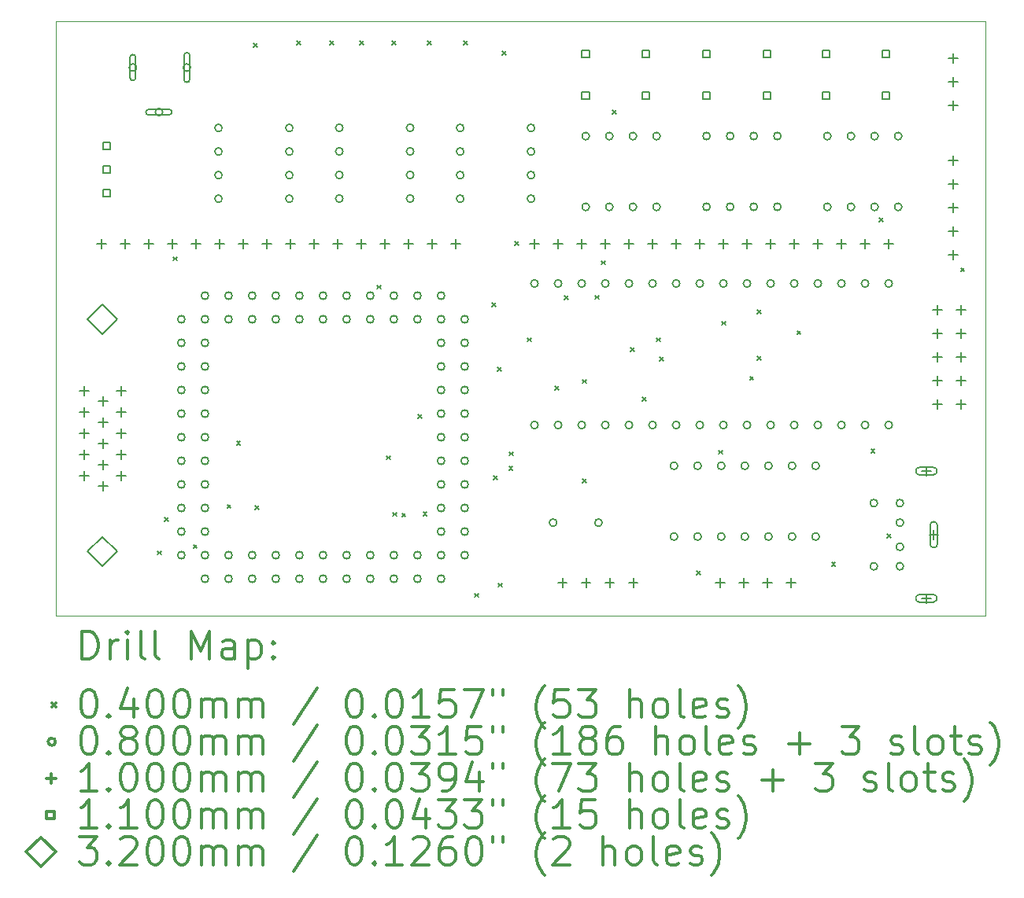
<source format=gbr>
%FSLAX45Y45*%
G04 Gerber Fmt 4.5, Leading zero omitted, Abs format (unit mm)*
G04 Created by KiCad (PCBNEW (5.1.10)-1) date 2022-03-07 13:38:20*
%MOMM*%
%LPD*%
G01*
G04 APERTURE LIST*
%TA.AperFunction,Profile*%
%ADD10C,0.050000*%
%TD*%
%ADD11C,0.200000*%
%ADD12C,0.300000*%
G04 APERTURE END LIST*
D10*
X28000000Y-5000000D02*
X28000000Y-6200000D01*
X18000000Y-5000000D02*
X28000000Y-5000000D01*
X18000000Y-6200000D02*
X18000000Y-5000000D01*
X18000000Y-11400000D02*
X18000000Y-6200000D01*
X28000000Y-11400000D02*
X18000000Y-11400000D01*
X28000000Y-6200000D02*
X28000000Y-11400000D01*
D11*
X19093970Y-10704540D02*
X19133970Y-10744540D01*
X19133970Y-10704540D02*
X19093970Y-10744540D01*
X19169480Y-10344900D02*
X19209480Y-10384900D01*
X19209480Y-10344900D02*
X19169480Y-10384900D01*
X19263590Y-7539250D02*
X19303590Y-7579250D01*
X19303590Y-7539250D02*
X19263590Y-7579250D01*
X19480340Y-10636810D02*
X19520340Y-10676810D01*
X19520340Y-10636810D02*
X19480340Y-10676810D01*
X19844960Y-10205060D02*
X19884960Y-10245060D01*
X19884960Y-10205060D02*
X19844960Y-10245060D01*
X19944990Y-9522990D02*
X19984990Y-9562990D01*
X19984990Y-9522990D02*
X19944990Y-9562990D01*
X20125320Y-5237810D02*
X20165320Y-5277810D01*
X20165320Y-5237810D02*
X20125320Y-5277810D01*
X20146230Y-10220370D02*
X20186230Y-10260370D01*
X20186230Y-10220370D02*
X20146230Y-10260370D01*
X20591050Y-5215550D02*
X20631050Y-5255550D01*
X20631050Y-5215550D02*
X20591050Y-5255550D01*
X20951520Y-5215550D02*
X20991520Y-5255550D01*
X20991520Y-5215550D02*
X20951520Y-5255550D01*
X21270000Y-5213580D02*
X21310000Y-5253580D01*
X21310000Y-5213580D02*
X21270000Y-5253580D01*
X21454750Y-7843160D02*
X21494750Y-7883160D01*
X21494750Y-7843160D02*
X21454750Y-7883160D01*
X21558050Y-9681230D02*
X21598050Y-9721230D01*
X21598050Y-9681230D02*
X21558050Y-9721230D01*
X21620000Y-5215550D02*
X21660000Y-5255550D01*
X21660000Y-5215550D02*
X21620000Y-5255550D01*
X21623120Y-10291130D02*
X21663120Y-10331130D01*
X21663120Y-10291130D02*
X21623120Y-10331130D01*
X21723710Y-10298320D02*
X21763710Y-10338320D01*
X21763710Y-10298320D02*
X21723710Y-10338320D01*
X21894370Y-9238940D02*
X21934370Y-9278940D01*
X21934370Y-9238940D02*
X21894370Y-9278940D01*
X21951720Y-10283260D02*
X21991720Y-10323260D01*
X21991720Y-10283260D02*
X21951720Y-10323260D01*
X21996210Y-5215490D02*
X22036210Y-5255490D01*
X22036210Y-5215490D02*
X21996210Y-5255490D01*
X22389580Y-5217280D02*
X22429580Y-5257280D01*
X22429580Y-5217280D02*
X22389580Y-5257280D01*
X22504130Y-11161790D02*
X22544130Y-11201790D01*
X22544130Y-11161790D02*
X22504130Y-11201790D01*
X22692100Y-8036520D02*
X22732100Y-8076520D01*
X22732100Y-8036520D02*
X22692100Y-8076520D01*
X22709720Y-9899410D02*
X22749720Y-9939410D01*
X22749720Y-9899410D02*
X22709720Y-9939410D01*
X22751050Y-8725870D02*
X22791050Y-8765870D01*
X22791050Y-8725870D02*
X22751050Y-8765870D01*
X22759930Y-11052110D02*
X22799930Y-11092110D01*
X22799930Y-11052110D02*
X22759930Y-11092110D01*
X22803230Y-5326250D02*
X22843230Y-5366250D01*
X22843230Y-5326250D02*
X22803230Y-5366250D01*
X22875050Y-9797760D02*
X22915050Y-9837760D01*
X22915050Y-9797760D02*
X22875050Y-9837760D01*
X22876910Y-9638160D02*
X22916910Y-9678160D01*
X22916910Y-9638160D02*
X22876910Y-9678160D01*
X22940940Y-7371530D02*
X22980940Y-7411530D01*
X22980940Y-7371530D02*
X22940940Y-7411530D01*
X23072480Y-8410110D02*
X23112480Y-8450110D01*
X23112480Y-8410110D02*
X23072480Y-8450110D01*
X23367900Y-8930800D02*
X23407900Y-8970800D01*
X23407900Y-8930800D02*
X23367900Y-8970800D01*
X23470250Y-7955730D02*
X23510250Y-7995730D01*
X23510250Y-7955730D02*
X23470250Y-7995730D01*
X23665390Y-8859020D02*
X23705390Y-8899020D01*
X23705390Y-8859020D02*
X23665390Y-8899020D01*
X23665600Y-9932730D02*
X23705600Y-9972730D01*
X23705600Y-9932730D02*
X23665600Y-9972730D01*
X23802790Y-7953180D02*
X23842790Y-7993180D01*
X23842790Y-7953180D02*
X23802790Y-7993180D01*
X23868470Y-7579840D02*
X23908470Y-7619840D01*
X23908470Y-7579840D02*
X23868470Y-7619840D01*
X23986340Y-5961360D02*
X24026340Y-6001360D01*
X24026340Y-5961360D02*
X23986340Y-6001360D01*
X24183510Y-8517430D02*
X24223510Y-8557430D01*
X24223510Y-8517430D02*
X24183510Y-8557430D01*
X24307880Y-9047830D02*
X24347880Y-9087830D01*
X24347880Y-9047830D02*
X24307880Y-9087830D01*
X24464000Y-8410110D02*
X24504000Y-8450110D01*
X24504000Y-8410110D02*
X24464000Y-8450110D01*
X24498620Y-8616350D02*
X24538620Y-8656350D01*
X24538620Y-8616350D02*
X24498620Y-8656350D01*
X24895040Y-10921120D02*
X24935040Y-10961120D01*
X24935040Y-10921120D02*
X24895040Y-10961120D01*
X25129020Y-9621260D02*
X25169020Y-9661260D01*
X25169020Y-9621260D02*
X25129020Y-9661260D01*
X25162610Y-8233630D02*
X25202610Y-8273630D01*
X25202610Y-8233630D02*
X25162610Y-8273630D01*
X25465680Y-8824420D02*
X25505680Y-8864420D01*
X25505680Y-8824420D02*
X25465680Y-8864420D01*
X25545990Y-8608740D02*
X25585990Y-8648740D01*
X25585990Y-8608740D02*
X25545990Y-8648740D01*
X25548450Y-8109290D02*
X25588450Y-8149290D01*
X25588450Y-8109290D02*
X25548450Y-8149290D01*
X25973120Y-8335220D02*
X26013120Y-8375220D01*
X26013120Y-8335220D02*
X25973120Y-8375220D01*
X26347040Y-10824770D02*
X26387040Y-10864770D01*
X26387040Y-10824770D02*
X26347040Y-10864770D01*
X26769790Y-9611480D02*
X26809790Y-9651480D01*
X26809790Y-9611480D02*
X26769790Y-9651480D01*
X26861500Y-7118050D02*
X26901500Y-7158050D01*
X26901500Y-7118050D02*
X26861500Y-7158050D01*
X26942550Y-10520820D02*
X26982550Y-10560820D01*
X26982550Y-10520820D02*
X26942550Y-10560820D01*
X27735250Y-7656230D02*
X27775250Y-7696230D01*
X27775250Y-7656230D02*
X27735250Y-7696230D01*
X18870000Y-5500000D02*
G75*
G03*
X18870000Y-5500000I-40000J0D01*
G01*
X18800000Y-5390000D02*
X18800000Y-5610000D01*
X18860000Y-5390000D02*
X18860000Y-5610000D01*
X18800000Y-5610000D02*
G75*
G03*
X18860000Y-5610000I30000J0D01*
G01*
X18860000Y-5390000D02*
G75*
G03*
X18800000Y-5390000I-30000J0D01*
G01*
X19150000Y-5980000D02*
G75*
G03*
X19150000Y-5980000I-40000J0D01*
G01*
X19000000Y-6010000D02*
X19220000Y-6010000D01*
X19000000Y-5950000D02*
X19220000Y-5950000D01*
X19220000Y-6010000D02*
G75*
G03*
X19220000Y-5950000I0J30000D01*
G01*
X19000000Y-5950000D02*
G75*
G03*
X19000000Y-6010000I0J-30000D01*
G01*
X19390000Y-8210000D02*
G75*
G03*
X19390000Y-8210000I-40000J0D01*
G01*
X19390000Y-8464000D02*
G75*
G03*
X19390000Y-8464000I-40000J0D01*
G01*
X19390000Y-8718000D02*
G75*
G03*
X19390000Y-8718000I-40000J0D01*
G01*
X19390000Y-8972000D02*
G75*
G03*
X19390000Y-8972000I-40000J0D01*
G01*
X19390000Y-9226000D02*
G75*
G03*
X19390000Y-9226000I-40000J0D01*
G01*
X19390000Y-9480000D02*
G75*
G03*
X19390000Y-9480000I-40000J0D01*
G01*
X19390000Y-9734000D02*
G75*
G03*
X19390000Y-9734000I-40000J0D01*
G01*
X19390000Y-9988000D02*
G75*
G03*
X19390000Y-9988000I-40000J0D01*
G01*
X19390000Y-10242000D02*
G75*
G03*
X19390000Y-10242000I-40000J0D01*
G01*
X19390000Y-10496000D02*
G75*
G03*
X19390000Y-10496000I-40000J0D01*
G01*
X19390000Y-10750000D02*
G75*
G03*
X19390000Y-10750000I-40000J0D01*
G01*
X19450000Y-5500000D02*
G75*
G03*
X19450000Y-5500000I-40000J0D01*
G01*
X19380000Y-5370000D02*
X19380000Y-5630000D01*
X19440000Y-5370000D02*
X19440000Y-5630000D01*
X19380000Y-5630000D02*
G75*
G03*
X19440000Y-5630000I30000J0D01*
G01*
X19440000Y-5370000D02*
G75*
G03*
X19380000Y-5370000I-30000J0D01*
G01*
X19644000Y-7956000D02*
G75*
G03*
X19644000Y-7956000I-40000J0D01*
G01*
X19644000Y-8210000D02*
G75*
G03*
X19644000Y-8210000I-40000J0D01*
G01*
X19644000Y-8464000D02*
G75*
G03*
X19644000Y-8464000I-40000J0D01*
G01*
X19644000Y-8718000D02*
G75*
G03*
X19644000Y-8718000I-40000J0D01*
G01*
X19644000Y-8972000D02*
G75*
G03*
X19644000Y-8972000I-40000J0D01*
G01*
X19644000Y-9226000D02*
G75*
G03*
X19644000Y-9226000I-40000J0D01*
G01*
X19644000Y-9480000D02*
G75*
G03*
X19644000Y-9480000I-40000J0D01*
G01*
X19644000Y-9734000D02*
G75*
G03*
X19644000Y-9734000I-40000J0D01*
G01*
X19644000Y-9988000D02*
G75*
G03*
X19644000Y-9988000I-40000J0D01*
G01*
X19644000Y-10242000D02*
G75*
G03*
X19644000Y-10242000I-40000J0D01*
G01*
X19644000Y-10496000D02*
G75*
G03*
X19644000Y-10496000I-40000J0D01*
G01*
X19644000Y-10750000D02*
G75*
G03*
X19644000Y-10750000I-40000J0D01*
G01*
X19644000Y-11004000D02*
G75*
G03*
X19644000Y-11004000I-40000J0D01*
G01*
X19790000Y-6150000D02*
G75*
G03*
X19790000Y-6150000I-40000J0D01*
G01*
X19790000Y-6404000D02*
G75*
G03*
X19790000Y-6404000I-40000J0D01*
G01*
X19790000Y-6658000D02*
G75*
G03*
X19790000Y-6658000I-40000J0D01*
G01*
X19790000Y-6912000D02*
G75*
G03*
X19790000Y-6912000I-40000J0D01*
G01*
X19898000Y-7956000D02*
G75*
G03*
X19898000Y-7956000I-40000J0D01*
G01*
X19898000Y-8210000D02*
G75*
G03*
X19898000Y-8210000I-40000J0D01*
G01*
X19898000Y-10750000D02*
G75*
G03*
X19898000Y-10750000I-40000J0D01*
G01*
X19898000Y-11004000D02*
G75*
G03*
X19898000Y-11004000I-40000J0D01*
G01*
X20152000Y-7956000D02*
G75*
G03*
X20152000Y-7956000I-40000J0D01*
G01*
X20152000Y-8210000D02*
G75*
G03*
X20152000Y-8210000I-40000J0D01*
G01*
X20152000Y-10750000D02*
G75*
G03*
X20152000Y-10750000I-40000J0D01*
G01*
X20152000Y-11004000D02*
G75*
G03*
X20152000Y-11004000I-40000J0D01*
G01*
X20406000Y-7956000D02*
G75*
G03*
X20406000Y-7956000I-40000J0D01*
G01*
X20406000Y-8210000D02*
G75*
G03*
X20406000Y-8210000I-40000J0D01*
G01*
X20406000Y-10750000D02*
G75*
G03*
X20406000Y-10750000I-40000J0D01*
G01*
X20406000Y-11004000D02*
G75*
G03*
X20406000Y-11004000I-40000J0D01*
G01*
X20552000Y-6150000D02*
G75*
G03*
X20552000Y-6150000I-40000J0D01*
G01*
X20552000Y-6404000D02*
G75*
G03*
X20552000Y-6404000I-40000J0D01*
G01*
X20552000Y-6658000D02*
G75*
G03*
X20552000Y-6658000I-40000J0D01*
G01*
X20552000Y-6912000D02*
G75*
G03*
X20552000Y-6912000I-40000J0D01*
G01*
X20660000Y-7956000D02*
G75*
G03*
X20660000Y-7956000I-40000J0D01*
G01*
X20660000Y-8210000D02*
G75*
G03*
X20660000Y-8210000I-40000J0D01*
G01*
X20660000Y-10750000D02*
G75*
G03*
X20660000Y-10750000I-40000J0D01*
G01*
X20660000Y-11004000D02*
G75*
G03*
X20660000Y-11004000I-40000J0D01*
G01*
X20914000Y-7956000D02*
G75*
G03*
X20914000Y-7956000I-40000J0D01*
G01*
X20914000Y-8210000D02*
G75*
G03*
X20914000Y-8210000I-40000J0D01*
G01*
X20914000Y-10750000D02*
G75*
G03*
X20914000Y-10750000I-40000J0D01*
G01*
X20914000Y-11004000D02*
G75*
G03*
X20914000Y-11004000I-40000J0D01*
G01*
X21090000Y-6150000D02*
G75*
G03*
X21090000Y-6150000I-40000J0D01*
G01*
X21090000Y-6404000D02*
G75*
G03*
X21090000Y-6404000I-40000J0D01*
G01*
X21090000Y-6658000D02*
G75*
G03*
X21090000Y-6658000I-40000J0D01*
G01*
X21090000Y-6912000D02*
G75*
G03*
X21090000Y-6912000I-40000J0D01*
G01*
X21168000Y-7956000D02*
G75*
G03*
X21168000Y-7956000I-40000J0D01*
G01*
X21168000Y-8210000D02*
G75*
G03*
X21168000Y-8210000I-40000J0D01*
G01*
X21168000Y-10750000D02*
G75*
G03*
X21168000Y-10750000I-40000J0D01*
G01*
X21168000Y-11004000D02*
G75*
G03*
X21168000Y-11004000I-40000J0D01*
G01*
X21422000Y-7956000D02*
G75*
G03*
X21422000Y-7956000I-40000J0D01*
G01*
X21422000Y-8210000D02*
G75*
G03*
X21422000Y-8210000I-40000J0D01*
G01*
X21422000Y-10750000D02*
G75*
G03*
X21422000Y-10750000I-40000J0D01*
G01*
X21422000Y-11004000D02*
G75*
G03*
X21422000Y-11004000I-40000J0D01*
G01*
X21676000Y-7956000D02*
G75*
G03*
X21676000Y-7956000I-40000J0D01*
G01*
X21676000Y-8210000D02*
G75*
G03*
X21676000Y-8210000I-40000J0D01*
G01*
X21676000Y-10750000D02*
G75*
G03*
X21676000Y-10750000I-40000J0D01*
G01*
X21676000Y-11004000D02*
G75*
G03*
X21676000Y-11004000I-40000J0D01*
G01*
X21852000Y-6150000D02*
G75*
G03*
X21852000Y-6150000I-40000J0D01*
G01*
X21852000Y-6404000D02*
G75*
G03*
X21852000Y-6404000I-40000J0D01*
G01*
X21852000Y-6658000D02*
G75*
G03*
X21852000Y-6658000I-40000J0D01*
G01*
X21852000Y-6912000D02*
G75*
G03*
X21852000Y-6912000I-40000J0D01*
G01*
X21930000Y-7956000D02*
G75*
G03*
X21930000Y-7956000I-40000J0D01*
G01*
X21930000Y-8210000D02*
G75*
G03*
X21930000Y-8210000I-40000J0D01*
G01*
X21930000Y-10750000D02*
G75*
G03*
X21930000Y-10750000I-40000J0D01*
G01*
X21930000Y-11004000D02*
G75*
G03*
X21930000Y-11004000I-40000J0D01*
G01*
X22184000Y-7956000D02*
G75*
G03*
X22184000Y-7956000I-40000J0D01*
G01*
X22184000Y-8210000D02*
G75*
G03*
X22184000Y-8210000I-40000J0D01*
G01*
X22184000Y-8464000D02*
G75*
G03*
X22184000Y-8464000I-40000J0D01*
G01*
X22184000Y-8718000D02*
G75*
G03*
X22184000Y-8718000I-40000J0D01*
G01*
X22184000Y-8972000D02*
G75*
G03*
X22184000Y-8972000I-40000J0D01*
G01*
X22184000Y-9226000D02*
G75*
G03*
X22184000Y-9226000I-40000J0D01*
G01*
X22184000Y-9480000D02*
G75*
G03*
X22184000Y-9480000I-40000J0D01*
G01*
X22184000Y-9734000D02*
G75*
G03*
X22184000Y-9734000I-40000J0D01*
G01*
X22184000Y-9988000D02*
G75*
G03*
X22184000Y-9988000I-40000J0D01*
G01*
X22184000Y-10242000D02*
G75*
G03*
X22184000Y-10242000I-40000J0D01*
G01*
X22184000Y-10496000D02*
G75*
G03*
X22184000Y-10496000I-40000J0D01*
G01*
X22184000Y-10750000D02*
G75*
G03*
X22184000Y-10750000I-40000J0D01*
G01*
X22184000Y-11004000D02*
G75*
G03*
X22184000Y-11004000I-40000J0D01*
G01*
X22390000Y-6150000D02*
G75*
G03*
X22390000Y-6150000I-40000J0D01*
G01*
X22390000Y-6404000D02*
G75*
G03*
X22390000Y-6404000I-40000J0D01*
G01*
X22390000Y-6658000D02*
G75*
G03*
X22390000Y-6658000I-40000J0D01*
G01*
X22390000Y-6912000D02*
G75*
G03*
X22390000Y-6912000I-40000J0D01*
G01*
X22438000Y-8210000D02*
G75*
G03*
X22438000Y-8210000I-40000J0D01*
G01*
X22438000Y-8464000D02*
G75*
G03*
X22438000Y-8464000I-40000J0D01*
G01*
X22438000Y-8718000D02*
G75*
G03*
X22438000Y-8718000I-40000J0D01*
G01*
X22438000Y-8972000D02*
G75*
G03*
X22438000Y-8972000I-40000J0D01*
G01*
X22438000Y-9226000D02*
G75*
G03*
X22438000Y-9226000I-40000J0D01*
G01*
X22438000Y-9480000D02*
G75*
G03*
X22438000Y-9480000I-40000J0D01*
G01*
X22438000Y-9734000D02*
G75*
G03*
X22438000Y-9734000I-40000J0D01*
G01*
X22438000Y-9988000D02*
G75*
G03*
X22438000Y-9988000I-40000J0D01*
G01*
X22438000Y-10242000D02*
G75*
G03*
X22438000Y-10242000I-40000J0D01*
G01*
X22438000Y-10496000D02*
G75*
G03*
X22438000Y-10496000I-40000J0D01*
G01*
X22438000Y-10750000D02*
G75*
G03*
X22438000Y-10750000I-40000J0D01*
G01*
X23152000Y-6150000D02*
G75*
G03*
X23152000Y-6150000I-40000J0D01*
G01*
X23152000Y-6404000D02*
G75*
G03*
X23152000Y-6404000I-40000J0D01*
G01*
X23152000Y-6658000D02*
G75*
G03*
X23152000Y-6658000I-40000J0D01*
G01*
X23152000Y-6912000D02*
G75*
G03*
X23152000Y-6912000I-40000J0D01*
G01*
X23190000Y-7826000D02*
G75*
G03*
X23190000Y-7826000I-40000J0D01*
G01*
X23190000Y-9350000D02*
G75*
G03*
X23190000Y-9350000I-40000J0D01*
G01*
X23390000Y-10400000D02*
G75*
G03*
X23390000Y-10400000I-40000J0D01*
G01*
X23444000Y-7826000D02*
G75*
G03*
X23444000Y-7826000I-40000J0D01*
G01*
X23444000Y-9350000D02*
G75*
G03*
X23444000Y-9350000I-40000J0D01*
G01*
X23698000Y-7826000D02*
G75*
G03*
X23698000Y-7826000I-40000J0D01*
G01*
X23698000Y-9350000D02*
G75*
G03*
X23698000Y-9350000I-40000J0D01*
G01*
X23740000Y-6238000D02*
G75*
G03*
X23740000Y-6238000I-40000J0D01*
G01*
X23740000Y-7000000D02*
G75*
G03*
X23740000Y-7000000I-40000J0D01*
G01*
X23878000Y-10400000D02*
G75*
G03*
X23878000Y-10400000I-40000J0D01*
G01*
X23952000Y-7826000D02*
G75*
G03*
X23952000Y-7826000I-40000J0D01*
G01*
X23952000Y-9350000D02*
G75*
G03*
X23952000Y-9350000I-40000J0D01*
G01*
X23994000Y-6238000D02*
G75*
G03*
X23994000Y-6238000I-40000J0D01*
G01*
X23994000Y-7000000D02*
G75*
G03*
X23994000Y-7000000I-40000J0D01*
G01*
X24206000Y-7826000D02*
G75*
G03*
X24206000Y-7826000I-40000J0D01*
G01*
X24206000Y-9350000D02*
G75*
G03*
X24206000Y-9350000I-40000J0D01*
G01*
X24248000Y-6238000D02*
G75*
G03*
X24248000Y-6238000I-40000J0D01*
G01*
X24248000Y-7000000D02*
G75*
G03*
X24248000Y-7000000I-40000J0D01*
G01*
X24460000Y-7826000D02*
G75*
G03*
X24460000Y-7826000I-40000J0D01*
G01*
X24460000Y-9350000D02*
G75*
G03*
X24460000Y-9350000I-40000J0D01*
G01*
X24502000Y-6238000D02*
G75*
G03*
X24502000Y-6238000I-40000J0D01*
G01*
X24502000Y-7000000D02*
G75*
G03*
X24502000Y-7000000I-40000J0D01*
G01*
X24690000Y-9788000D02*
G75*
G03*
X24690000Y-9788000I-40000J0D01*
G01*
X24690000Y-10550000D02*
G75*
G03*
X24690000Y-10550000I-40000J0D01*
G01*
X24714000Y-7826000D02*
G75*
G03*
X24714000Y-7826000I-40000J0D01*
G01*
X24714000Y-9350000D02*
G75*
G03*
X24714000Y-9350000I-40000J0D01*
G01*
X24944000Y-9788000D02*
G75*
G03*
X24944000Y-9788000I-40000J0D01*
G01*
X24944000Y-10550000D02*
G75*
G03*
X24944000Y-10550000I-40000J0D01*
G01*
X24968000Y-7826000D02*
G75*
G03*
X24968000Y-7826000I-40000J0D01*
G01*
X24968000Y-9350000D02*
G75*
G03*
X24968000Y-9350000I-40000J0D01*
G01*
X25040000Y-6238000D02*
G75*
G03*
X25040000Y-6238000I-40000J0D01*
G01*
X25040000Y-7000000D02*
G75*
G03*
X25040000Y-7000000I-40000J0D01*
G01*
X25198000Y-9788000D02*
G75*
G03*
X25198000Y-9788000I-40000J0D01*
G01*
X25198000Y-10550000D02*
G75*
G03*
X25198000Y-10550000I-40000J0D01*
G01*
X25222000Y-7826000D02*
G75*
G03*
X25222000Y-7826000I-40000J0D01*
G01*
X25222000Y-9350000D02*
G75*
G03*
X25222000Y-9350000I-40000J0D01*
G01*
X25294000Y-6238000D02*
G75*
G03*
X25294000Y-6238000I-40000J0D01*
G01*
X25294000Y-7000000D02*
G75*
G03*
X25294000Y-7000000I-40000J0D01*
G01*
X25452000Y-9788000D02*
G75*
G03*
X25452000Y-9788000I-40000J0D01*
G01*
X25452000Y-10550000D02*
G75*
G03*
X25452000Y-10550000I-40000J0D01*
G01*
X25476000Y-7826000D02*
G75*
G03*
X25476000Y-7826000I-40000J0D01*
G01*
X25476000Y-9350000D02*
G75*
G03*
X25476000Y-9350000I-40000J0D01*
G01*
X25548000Y-6238000D02*
G75*
G03*
X25548000Y-6238000I-40000J0D01*
G01*
X25548000Y-7000000D02*
G75*
G03*
X25548000Y-7000000I-40000J0D01*
G01*
X25706000Y-9788000D02*
G75*
G03*
X25706000Y-9788000I-40000J0D01*
G01*
X25706000Y-10550000D02*
G75*
G03*
X25706000Y-10550000I-40000J0D01*
G01*
X25730000Y-7826000D02*
G75*
G03*
X25730000Y-7826000I-40000J0D01*
G01*
X25730000Y-9350000D02*
G75*
G03*
X25730000Y-9350000I-40000J0D01*
G01*
X25802000Y-6238000D02*
G75*
G03*
X25802000Y-6238000I-40000J0D01*
G01*
X25802000Y-7000000D02*
G75*
G03*
X25802000Y-7000000I-40000J0D01*
G01*
X25960000Y-9788000D02*
G75*
G03*
X25960000Y-9788000I-40000J0D01*
G01*
X25960000Y-10550000D02*
G75*
G03*
X25960000Y-10550000I-40000J0D01*
G01*
X25984000Y-7826000D02*
G75*
G03*
X25984000Y-7826000I-40000J0D01*
G01*
X25984000Y-9350000D02*
G75*
G03*
X25984000Y-9350000I-40000J0D01*
G01*
X26214000Y-9788000D02*
G75*
G03*
X26214000Y-9788000I-40000J0D01*
G01*
X26214000Y-10550000D02*
G75*
G03*
X26214000Y-10550000I-40000J0D01*
G01*
X26238000Y-7826000D02*
G75*
G03*
X26238000Y-7826000I-40000J0D01*
G01*
X26238000Y-9350000D02*
G75*
G03*
X26238000Y-9350000I-40000J0D01*
G01*
X26340000Y-6238000D02*
G75*
G03*
X26340000Y-6238000I-40000J0D01*
G01*
X26340000Y-7000000D02*
G75*
G03*
X26340000Y-7000000I-40000J0D01*
G01*
X26492000Y-7826000D02*
G75*
G03*
X26492000Y-7826000I-40000J0D01*
G01*
X26492000Y-9350000D02*
G75*
G03*
X26492000Y-9350000I-40000J0D01*
G01*
X26594000Y-6238000D02*
G75*
G03*
X26594000Y-6238000I-40000J0D01*
G01*
X26594000Y-7000000D02*
G75*
G03*
X26594000Y-7000000I-40000J0D01*
G01*
X26746000Y-7826000D02*
G75*
G03*
X26746000Y-7826000I-40000J0D01*
G01*
X26746000Y-9350000D02*
G75*
G03*
X26746000Y-9350000I-40000J0D01*
G01*
X26840000Y-10190000D02*
G75*
G03*
X26840000Y-10190000I-40000J0D01*
G01*
X26840000Y-10870000D02*
G75*
G03*
X26840000Y-10870000I-40000J0D01*
G01*
X26848000Y-6238000D02*
G75*
G03*
X26848000Y-6238000I-40000J0D01*
G01*
X26848000Y-7000000D02*
G75*
G03*
X26848000Y-7000000I-40000J0D01*
G01*
X27000000Y-7826000D02*
G75*
G03*
X27000000Y-7826000I-40000J0D01*
G01*
X27000000Y-9350000D02*
G75*
G03*
X27000000Y-9350000I-40000J0D01*
G01*
X27102000Y-6238000D02*
G75*
G03*
X27102000Y-6238000I-40000J0D01*
G01*
X27102000Y-7000000D02*
G75*
G03*
X27102000Y-7000000I-40000J0D01*
G01*
X27120000Y-10190000D02*
G75*
G03*
X27120000Y-10190000I-40000J0D01*
G01*
X27120000Y-10400000D02*
G75*
G03*
X27120000Y-10400000I-40000J0D01*
G01*
X27120000Y-10660000D02*
G75*
G03*
X27120000Y-10660000I-40000J0D01*
G01*
X27120000Y-10870000D02*
G75*
G03*
X27120000Y-10870000I-40000J0D01*
G01*
X18309000Y-8927500D02*
X18309000Y-9027500D01*
X18259000Y-8977500D02*
X18359000Y-8977500D01*
X18309000Y-9156500D02*
X18309000Y-9256500D01*
X18259000Y-9206500D02*
X18359000Y-9206500D01*
X18309000Y-9385500D02*
X18309000Y-9485500D01*
X18259000Y-9435500D02*
X18359000Y-9435500D01*
X18309000Y-9614500D02*
X18309000Y-9714500D01*
X18259000Y-9664500D02*
X18359000Y-9664500D01*
X18309000Y-9843500D02*
X18309000Y-9943500D01*
X18259000Y-9893500D02*
X18359000Y-9893500D01*
X18490000Y-7350000D02*
X18490000Y-7450000D01*
X18440000Y-7400000D02*
X18540000Y-7400000D01*
X18507000Y-9042000D02*
X18507000Y-9142000D01*
X18457000Y-9092000D02*
X18557000Y-9092000D01*
X18507000Y-9271000D02*
X18507000Y-9371000D01*
X18457000Y-9321000D02*
X18557000Y-9321000D01*
X18507000Y-9500000D02*
X18507000Y-9600000D01*
X18457000Y-9550000D02*
X18557000Y-9550000D01*
X18507000Y-9729000D02*
X18507000Y-9829000D01*
X18457000Y-9779000D02*
X18557000Y-9779000D01*
X18507000Y-9958000D02*
X18507000Y-10058000D01*
X18457000Y-10008000D02*
X18557000Y-10008000D01*
X18705000Y-8927500D02*
X18705000Y-9027500D01*
X18655000Y-8977500D02*
X18755000Y-8977500D01*
X18705000Y-9156500D02*
X18705000Y-9256500D01*
X18655000Y-9206500D02*
X18755000Y-9206500D01*
X18705000Y-9385500D02*
X18705000Y-9485500D01*
X18655000Y-9435500D02*
X18755000Y-9435500D01*
X18705000Y-9614500D02*
X18705000Y-9714500D01*
X18655000Y-9664500D02*
X18755000Y-9664500D01*
X18705000Y-9843500D02*
X18705000Y-9943500D01*
X18655000Y-9893500D02*
X18755000Y-9893500D01*
X18744000Y-7350000D02*
X18744000Y-7450000D01*
X18694000Y-7400000D02*
X18794000Y-7400000D01*
X18998000Y-7350000D02*
X18998000Y-7450000D01*
X18948000Y-7400000D02*
X19048000Y-7400000D01*
X19252000Y-7350000D02*
X19252000Y-7450000D01*
X19202000Y-7400000D02*
X19302000Y-7400000D01*
X19506000Y-7350000D02*
X19506000Y-7450000D01*
X19456000Y-7400000D02*
X19556000Y-7400000D01*
X19760000Y-7350000D02*
X19760000Y-7450000D01*
X19710000Y-7400000D02*
X19810000Y-7400000D01*
X20014000Y-7350000D02*
X20014000Y-7450000D01*
X19964000Y-7400000D02*
X20064000Y-7400000D01*
X20268000Y-7350000D02*
X20268000Y-7450000D01*
X20218000Y-7400000D02*
X20318000Y-7400000D01*
X20522000Y-7350000D02*
X20522000Y-7450000D01*
X20472000Y-7400000D02*
X20572000Y-7400000D01*
X20776000Y-7350000D02*
X20776000Y-7450000D01*
X20726000Y-7400000D02*
X20826000Y-7400000D01*
X21030000Y-7350000D02*
X21030000Y-7450000D01*
X20980000Y-7400000D02*
X21080000Y-7400000D01*
X21284000Y-7350000D02*
X21284000Y-7450000D01*
X21234000Y-7400000D02*
X21334000Y-7400000D01*
X21538000Y-7350000D02*
X21538000Y-7450000D01*
X21488000Y-7400000D02*
X21588000Y-7400000D01*
X21792000Y-7350000D02*
X21792000Y-7450000D01*
X21742000Y-7400000D02*
X21842000Y-7400000D01*
X22046000Y-7350000D02*
X22046000Y-7450000D01*
X21996000Y-7400000D02*
X22096000Y-7400000D01*
X22300000Y-7350000D02*
X22300000Y-7450000D01*
X22250000Y-7400000D02*
X22350000Y-7400000D01*
X23150000Y-7350000D02*
X23150000Y-7450000D01*
X23100000Y-7400000D02*
X23200000Y-7400000D01*
X23404000Y-7350000D02*
X23404000Y-7450000D01*
X23354000Y-7400000D02*
X23454000Y-7400000D01*
X23450000Y-11000000D02*
X23450000Y-11100000D01*
X23400000Y-11050000D02*
X23500000Y-11050000D01*
X23658000Y-7350000D02*
X23658000Y-7450000D01*
X23608000Y-7400000D02*
X23708000Y-7400000D01*
X23704000Y-11000000D02*
X23704000Y-11100000D01*
X23654000Y-11050000D02*
X23754000Y-11050000D01*
X23912000Y-7350000D02*
X23912000Y-7450000D01*
X23862000Y-7400000D02*
X23962000Y-7400000D01*
X23958000Y-11000000D02*
X23958000Y-11100000D01*
X23908000Y-11050000D02*
X24008000Y-11050000D01*
X24166000Y-7350000D02*
X24166000Y-7450000D01*
X24116000Y-7400000D02*
X24216000Y-7400000D01*
X24212000Y-11000000D02*
X24212000Y-11100000D01*
X24162000Y-11050000D02*
X24262000Y-11050000D01*
X24420000Y-7350000D02*
X24420000Y-7450000D01*
X24370000Y-7400000D02*
X24470000Y-7400000D01*
X24674000Y-7350000D02*
X24674000Y-7450000D01*
X24624000Y-7400000D02*
X24724000Y-7400000D01*
X24928000Y-7350000D02*
X24928000Y-7450000D01*
X24878000Y-7400000D02*
X24978000Y-7400000D01*
X25150000Y-11000000D02*
X25150000Y-11100000D01*
X25100000Y-11050000D02*
X25200000Y-11050000D01*
X25182000Y-7350000D02*
X25182000Y-7450000D01*
X25132000Y-7400000D02*
X25232000Y-7400000D01*
X25404000Y-11000000D02*
X25404000Y-11100000D01*
X25354000Y-11050000D02*
X25454000Y-11050000D01*
X25436000Y-7350000D02*
X25436000Y-7450000D01*
X25386000Y-7400000D02*
X25486000Y-7400000D01*
X25658000Y-11000000D02*
X25658000Y-11100000D01*
X25608000Y-11050000D02*
X25708000Y-11050000D01*
X25690000Y-7350000D02*
X25690000Y-7450000D01*
X25640000Y-7400000D02*
X25740000Y-7400000D01*
X25912000Y-11000000D02*
X25912000Y-11100000D01*
X25862000Y-11050000D02*
X25962000Y-11050000D01*
X25944000Y-7350000D02*
X25944000Y-7450000D01*
X25894000Y-7400000D02*
X25994000Y-7400000D01*
X26198000Y-7350000D02*
X26198000Y-7450000D01*
X26148000Y-7400000D02*
X26248000Y-7400000D01*
X26452000Y-7350000D02*
X26452000Y-7450000D01*
X26402000Y-7400000D02*
X26502000Y-7400000D01*
X26706000Y-7350000D02*
X26706000Y-7450000D01*
X26656000Y-7400000D02*
X26756000Y-7400000D01*
X26960000Y-7350000D02*
X26960000Y-7450000D01*
X26910000Y-7400000D02*
X27010000Y-7400000D01*
X27365000Y-9795000D02*
X27365000Y-9895000D01*
X27315000Y-9845000D02*
X27415000Y-9845000D01*
X27290000Y-9885000D02*
X27440000Y-9885000D01*
X27290000Y-9805000D02*
X27440000Y-9805000D01*
X27440000Y-9885000D02*
G75*
G03*
X27440000Y-9805000I0J40000D01*
G01*
X27290000Y-9805000D02*
G75*
G03*
X27290000Y-9885000I0J-40000D01*
G01*
X27365000Y-11165000D02*
X27365000Y-11265000D01*
X27315000Y-11215000D02*
X27415000Y-11215000D01*
X27290000Y-11255000D02*
X27440000Y-11255000D01*
X27290000Y-11175000D02*
X27440000Y-11175000D01*
X27440000Y-11255000D02*
G75*
G03*
X27440000Y-11175000I0J40000D01*
G01*
X27290000Y-11175000D02*
G75*
G03*
X27290000Y-11255000I0J-40000D01*
G01*
X27445000Y-10480000D02*
X27445000Y-10580000D01*
X27395000Y-10530000D02*
X27495000Y-10530000D01*
X27485000Y-10630000D02*
X27485000Y-10430000D01*
X27405000Y-10630000D02*
X27405000Y-10430000D01*
X27485000Y-10430000D02*
G75*
G03*
X27405000Y-10430000I-40000J0D01*
G01*
X27405000Y-10630000D02*
G75*
G03*
X27485000Y-10630000I40000J0D01*
G01*
X27483500Y-8059000D02*
X27483500Y-8159000D01*
X27433500Y-8109000D02*
X27533500Y-8109000D01*
X27483500Y-8313000D02*
X27483500Y-8413000D01*
X27433500Y-8363000D02*
X27533500Y-8363000D01*
X27483500Y-8567000D02*
X27483500Y-8667000D01*
X27433500Y-8617000D02*
X27533500Y-8617000D01*
X27483500Y-8821000D02*
X27483500Y-8921000D01*
X27433500Y-8871000D02*
X27533500Y-8871000D01*
X27483500Y-9075000D02*
X27483500Y-9175000D01*
X27433500Y-9125000D02*
X27533500Y-9125000D01*
X27650000Y-5350000D02*
X27650000Y-5450000D01*
X27600000Y-5400000D02*
X27700000Y-5400000D01*
X27650000Y-5604000D02*
X27650000Y-5704000D01*
X27600000Y-5654000D02*
X27700000Y-5654000D01*
X27650000Y-5858000D02*
X27650000Y-5958000D01*
X27600000Y-5908000D02*
X27700000Y-5908000D01*
X27650000Y-6450000D02*
X27650000Y-6550000D01*
X27600000Y-6500000D02*
X27700000Y-6500000D01*
X27650000Y-6704000D02*
X27650000Y-6804000D01*
X27600000Y-6754000D02*
X27700000Y-6754000D01*
X27650000Y-6958000D02*
X27650000Y-7058000D01*
X27600000Y-7008000D02*
X27700000Y-7008000D01*
X27650000Y-7212000D02*
X27650000Y-7312000D01*
X27600000Y-7262000D02*
X27700000Y-7262000D01*
X27650000Y-7466000D02*
X27650000Y-7566000D01*
X27600000Y-7516000D02*
X27700000Y-7516000D01*
X27737500Y-8059000D02*
X27737500Y-8159000D01*
X27687500Y-8109000D02*
X27787500Y-8109000D01*
X27737500Y-8313000D02*
X27737500Y-8413000D01*
X27687500Y-8363000D02*
X27787500Y-8363000D01*
X27737500Y-8567000D02*
X27737500Y-8667000D01*
X27687500Y-8617000D02*
X27787500Y-8617000D01*
X27737500Y-8821000D02*
X27737500Y-8921000D01*
X27687500Y-8871000D02*
X27787500Y-8871000D01*
X27737500Y-9075000D02*
X27737500Y-9175000D01*
X27687500Y-9125000D02*
X27787500Y-9125000D01*
X18588891Y-6384891D02*
X18588891Y-6307109D01*
X18511109Y-6307109D01*
X18511109Y-6384891D01*
X18588891Y-6384891D01*
X18588891Y-6638891D02*
X18588891Y-6561109D01*
X18511109Y-6561109D01*
X18511109Y-6638891D01*
X18588891Y-6638891D01*
X18588891Y-6892891D02*
X18588891Y-6815109D01*
X18511109Y-6815109D01*
X18511109Y-6892891D01*
X18588891Y-6892891D01*
X23738891Y-5388891D02*
X23738891Y-5311109D01*
X23661109Y-5311109D01*
X23661109Y-5388891D01*
X23738891Y-5388891D01*
X23738891Y-5838891D02*
X23738891Y-5761109D01*
X23661109Y-5761109D01*
X23661109Y-5838891D01*
X23738891Y-5838891D01*
X24388891Y-5388891D02*
X24388891Y-5311109D01*
X24311109Y-5311109D01*
X24311109Y-5388891D01*
X24388891Y-5388891D01*
X24388891Y-5838891D02*
X24388891Y-5761109D01*
X24311109Y-5761109D01*
X24311109Y-5838891D01*
X24388891Y-5838891D01*
X25036391Y-5391391D02*
X25036391Y-5313609D01*
X24958609Y-5313609D01*
X24958609Y-5391391D01*
X25036391Y-5391391D01*
X25036391Y-5841391D02*
X25036391Y-5763609D01*
X24958609Y-5763609D01*
X24958609Y-5841391D01*
X25036391Y-5841391D01*
X25686391Y-5391391D02*
X25686391Y-5313609D01*
X25608609Y-5313609D01*
X25608609Y-5391391D01*
X25686391Y-5391391D01*
X25686391Y-5841391D02*
X25686391Y-5763609D01*
X25608609Y-5763609D01*
X25608609Y-5841391D01*
X25686391Y-5841391D01*
X26321391Y-5391391D02*
X26321391Y-5313609D01*
X26243609Y-5313609D01*
X26243609Y-5391391D01*
X26321391Y-5391391D01*
X26321391Y-5841391D02*
X26321391Y-5763609D01*
X26243609Y-5763609D01*
X26243609Y-5841391D01*
X26321391Y-5841391D01*
X26971391Y-5391391D02*
X26971391Y-5313609D01*
X26893609Y-5313609D01*
X26893609Y-5391391D01*
X26971391Y-5391391D01*
X26971391Y-5841391D02*
X26971391Y-5763609D01*
X26893609Y-5763609D01*
X26893609Y-5841391D01*
X26971391Y-5841391D01*
X18500000Y-8372000D02*
X18660000Y-8212000D01*
X18500000Y-8052000D01*
X18340000Y-8212000D01*
X18500000Y-8372000D01*
X18500000Y-10872000D02*
X18660000Y-10712000D01*
X18500000Y-10552000D01*
X18340000Y-10712000D01*
X18500000Y-10872000D01*
D12*
X18283928Y-11868214D02*
X18283928Y-11568214D01*
X18355357Y-11568214D01*
X18398214Y-11582500D01*
X18426786Y-11611071D01*
X18441071Y-11639643D01*
X18455357Y-11696786D01*
X18455357Y-11739643D01*
X18441071Y-11796786D01*
X18426786Y-11825357D01*
X18398214Y-11853929D01*
X18355357Y-11868214D01*
X18283928Y-11868214D01*
X18583928Y-11868214D02*
X18583928Y-11668214D01*
X18583928Y-11725357D02*
X18598214Y-11696786D01*
X18612500Y-11682500D01*
X18641071Y-11668214D01*
X18669643Y-11668214D01*
X18769643Y-11868214D02*
X18769643Y-11668214D01*
X18769643Y-11568214D02*
X18755357Y-11582500D01*
X18769643Y-11596786D01*
X18783928Y-11582500D01*
X18769643Y-11568214D01*
X18769643Y-11596786D01*
X18955357Y-11868214D02*
X18926786Y-11853929D01*
X18912500Y-11825357D01*
X18912500Y-11568214D01*
X19112500Y-11868214D02*
X19083928Y-11853929D01*
X19069643Y-11825357D01*
X19069643Y-11568214D01*
X19455357Y-11868214D02*
X19455357Y-11568214D01*
X19555357Y-11782500D01*
X19655357Y-11568214D01*
X19655357Y-11868214D01*
X19926786Y-11868214D02*
X19926786Y-11711071D01*
X19912500Y-11682500D01*
X19883928Y-11668214D01*
X19826786Y-11668214D01*
X19798214Y-11682500D01*
X19926786Y-11853929D02*
X19898214Y-11868214D01*
X19826786Y-11868214D01*
X19798214Y-11853929D01*
X19783928Y-11825357D01*
X19783928Y-11796786D01*
X19798214Y-11768214D01*
X19826786Y-11753929D01*
X19898214Y-11753929D01*
X19926786Y-11739643D01*
X20069643Y-11668214D02*
X20069643Y-11968214D01*
X20069643Y-11682500D02*
X20098214Y-11668214D01*
X20155357Y-11668214D01*
X20183928Y-11682500D01*
X20198214Y-11696786D01*
X20212500Y-11725357D01*
X20212500Y-11811071D01*
X20198214Y-11839643D01*
X20183928Y-11853929D01*
X20155357Y-11868214D01*
X20098214Y-11868214D01*
X20069643Y-11853929D01*
X20341071Y-11839643D02*
X20355357Y-11853929D01*
X20341071Y-11868214D01*
X20326786Y-11853929D01*
X20341071Y-11839643D01*
X20341071Y-11868214D01*
X20341071Y-11682500D02*
X20355357Y-11696786D01*
X20341071Y-11711071D01*
X20326786Y-11696786D01*
X20341071Y-11682500D01*
X20341071Y-11711071D01*
X17957500Y-12342500D02*
X17997500Y-12382500D01*
X17997500Y-12342500D02*
X17957500Y-12382500D01*
X18341071Y-12198214D02*
X18369643Y-12198214D01*
X18398214Y-12212500D01*
X18412500Y-12226786D01*
X18426786Y-12255357D01*
X18441071Y-12312500D01*
X18441071Y-12383929D01*
X18426786Y-12441071D01*
X18412500Y-12469643D01*
X18398214Y-12483929D01*
X18369643Y-12498214D01*
X18341071Y-12498214D01*
X18312500Y-12483929D01*
X18298214Y-12469643D01*
X18283928Y-12441071D01*
X18269643Y-12383929D01*
X18269643Y-12312500D01*
X18283928Y-12255357D01*
X18298214Y-12226786D01*
X18312500Y-12212500D01*
X18341071Y-12198214D01*
X18569643Y-12469643D02*
X18583928Y-12483929D01*
X18569643Y-12498214D01*
X18555357Y-12483929D01*
X18569643Y-12469643D01*
X18569643Y-12498214D01*
X18841071Y-12298214D02*
X18841071Y-12498214D01*
X18769643Y-12183929D02*
X18698214Y-12398214D01*
X18883928Y-12398214D01*
X19055357Y-12198214D02*
X19083928Y-12198214D01*
X19112500Y-12212500D01*
X19126786Y-12226786D01*
X19141071Y-12255357D01*
X19155357Y-12312500D01*
X19155357Y-12383929D01*
X19141071Y-12441071D01*
X19126786Y-12469643D01*
X19112500Y-12483929D01*
X19083928Y-12498214D01*
X19055357Y-12498214D01*
X19026786Y-12483929D01*
X19012500Y-12469643D01*
X18998214Y-12441071D01*
X18983928Y-12383929D01*
X18983928Y-12312500D01*
X18998214Y-12255357D01*
X19012500Y-12226786D01*
X19026786Y-12212500D01*
X19055357Y-12198214D01*
X19341071Y-12198214D02*
X19369643Y-12198214D01*
X19398214Y-12212500D01*
X19412500Y-12226786D01*
X19426786Y-12255357D01*
X19441071Y-12312500D01*
X19441071Y-12383929D01*
X19426786Y-12441071D01*
X19412500Y-12469643D01*
X19398214Y-12483929D01*
X19369643Y-12498214D01*
X19341071Y-12498214D01*
X19312500Y-12483929D01*
X19298214Y-12469643D01*
X19283928Y-12441071D01*
X19269643Y-12383929D01*
X19269643Y-12312500D01*
X19283928Y-12255357D01*
X19298214Y-12226786D01*
X19312500Y-12212500D01*
X19341071Y-12198214D01*
X19569643Y-12498214D02*
X19569643Y-12298214D01*
X19569643Y-12326786D02*
X19583928Y-12312500D01*
X19612500Y-12298214D01*
X19655357Y-12298214D01*
X19683928Y-12312500D01*
X19698214Y-12341071D01*
X19698214Y-12498214D01*
X19698214Y-12341071D02*
X19712500Y-12312500D01*
X19741071Y-12298214D01*
X19783928Y-12298214D01*
X19812500Y-12312500D01*
X19826786Y-12341071D01*
X19826786Y-12498214D01*
X19969643Y-12498214D02*
X19969643Y-12298214D01*
X19969643Y-12326786D02*
X19983928Y-12312500D01*
X20012500Y-12298214D01*
X20055357Y-12298214D01*
X20083928Y-12312500D01*
X20098214Y-12341071D01*
X20098214Y-12498214D01*
X20098214Y-12341071D02*
X20112500Y-12312500D01*
X20141071Y-12298214D01*
X20183928Y-12298214D01*
X20212500Y-12312500D01*
X20226786Y-12341071D01*
X20226786Y-12498214D01*
X20812500Y-12183929D02*
X20555357Y-12569643D01*
X21198214Y-12198214D02*
X21226786Y-12198214D01*
X21255357Y-12212500D01*
X21269643Y-12226786D01*
X21283928Y-12255357D01*
X21298214Y-12312500D01*
X21298214Y-12383929D01*
X21283928Y-12441071D01*
X21269643Y-12469643D01*
X21255357Y-12483929D01*
X21226786Y-12498214D01*
X21198214Y-12498214D01*
X21169643Y-12483929D01*
X21155357Y-12469643D01*
X21141071Y-12441071D01*
X21126786Y-12383929D01*
X21126786Y-12312500D01*
X21141071Y-12255357D01*
X21155357Y-12226786D01*
X21169643Y-12212500D01*
X21198214Y-12198214D01*
X21426786Y-12469643D02*
X21441071Y-12483929D01*
X21426786Y-12498214D01*
X21412500Y-12483929D01*
X21426786Y-12469643D01*
X21426786Y-12498214D01*
X21626786Y-12198214D02*
X21655357Y-12198214D01*
X21683928Y-12212500D01*
X21698214Y-12226786D01*
X21712500Y-12255357D01*
X21726786Y-12312500D01*
X21726786Y-12383929D01*
X21712500Y-12441071D01*
X21698214Y-12469643D01*
X21683928Y-12483929D01*
X21655357Y-12498214D01*
X21626786Y-12498214D01*
X21598214Y-12483929D01*
X21583928Y-12469643D01*
X21569643Y-12441071D01*
X21555357Y-12383929D01*
X21555357Y-12312500D01*
X21569643Y-12255357D01*
X21583928Y-12226786D01*
X21598214Y-12212500D01*
X21626786Y-12198214D01*
X22012500Y-12498214D02*
X21841071Y-12498214D01*
X21926786Y-12498214D02*
X21926786Y-12198214D01*
X21898214Y-12241071D01*
X21869643Y-12269643D01*
X21841071Y-12283929D01*
X22283928Y-12198214D02*
X22141071Y-12198214D01*
X22126786Y-12341071D01*
X22141071Y-12326786D01*
X22169643Y-12312500D01*
X22241071Y-12312500D01*
X22269643Y-12326786D01*
X22283928Y-12341071D01*
X22298214Y-12369643D01*
X22298214Y-12441071D01*
X22283928Y-12469643D01*
X22269643Y-12483929D01*
X22241071Y-12498214D01*
X22169643Y-12498214D01*
X22141071Y-12483929D01*
X22126786Y-12469643D01*
X22398214Y-12198214D02*
X22598214Y-12198214D01*
X22469643Y-12498214D01*
X22698214Y-12198214D02*
X22698214Y-12255357D01*
X22812500Y-12198214D02*
X22812500Y-12255357D01*
X23255357Y-12612500D02*
X23241071Y-12598214D01*
X23212500Y-12555357D01*
X23198214Y-12526786D01*
X23183928Y-12483929D01*
X23169643Y-12412500D01*
X23169643Y-12355357D01*
X23183928Y-12283929D01*
X23198214Y-12241071D01*
X23212500Y-12212500D01*
X23241071Y-12169643D01*
X23255357Y-12155357D01*
X23512500Y-12198214D02*
X23369643Y-12198214D01*
X23355357Y-12341071D01*
X23369643Y-12326786D01*
X23398214Y-12312500D01*
X23469643Y-12312500D01*
X23498214Y-12326786D01*
X23512500Y-12341071D01*
X23526786Y-12369643D01*
X23526786Y-12441071D01*
X23512500Y-12469643D01*
X23498214Y-12483929D01*
X23469643Y-12498214D01*
X23398214Y-12498214D01*
X23369643Y-12483929D01*
X23355357Y-12469643D01*
X23626786Y-12198214D02*
X23812500Y-12198214D01*
X23712500Y-12312500D01*
X23755357Y-12312500D01*
X23783928Y-12326786D01*
X23798214Y-12341071D01*
X23812500Y-12369643D01*
X23812500Y-12441071D01*
X23798214Y-12469643D01*
X23783928Y-12483929D01*
X23755357Y-12498214D01*
X23669643Y-12498214D01*
X23641071Y-12483929D01*
X23626786Y-12469643D01*
X24169643Y-12498214D02*
X24169643Y-12198214D01*
X24298214Y-12498214D02*
X24298214Y-12341071D01*
X24283928Y-12312500D01*
X24255357Y-12298214D01*
X24212500Y-12298214D01*
X24183928Y-12312500D01*
X24169643Y-12326786D01*
X24483928Y-12498214D02*
X24455357Y-12483929D01*
X24441071Y-12469643D01*
X24426786Y-12441071D01*
X24426786Y-12355357D01*
X24441071Y-12326786D01*
X24455357Y-12312500D01*
X24483928Y-12298214D01*
X24526786Y-12298214D01*
X24555357Y-12312500D01*
X24569643Y-12326786D01*
X24583928Y-12355357D01*
X24583928Y-12441071D01*
X24569643Y-12469643D01*
X24555357Y-12483929D01*
X24526786Y-12498214D01*
X24483928Y-12498214D01*
X24755357Y-12498214D02*
X24726786Y-12483929D01*
X24712500Y-12455357D01*
X24712500Y-12198214D01*
X24983928Y-12483929D02*
X24955357Y-12498214D01*
X24898214Y-12498214D01*
X24869643Y-12483929D01*
X24855357Y-12455357D01*
X24855357Y-12341071D01*
X24869643Y-12312500D01*
X24898214Y-12298214D01*
X24955357Y-12298214D01*
X24983928Y-12312500D01*
X24998214Y-12341071D01*
X24998214Y-12369643D01*
X24855357Y-12398214D01*
X25112500Y-12483929D02*
X25141071Y-12498214D01*
X25198214Y-12498214D01*
X25226786Y-12483929D01*
X25241071Y-12455357D01*
X25241071Y-12441071D01*
X25226786Y-12412500D01*
X25198214Y-12398214D01*
X25155357Y-12398214D01*
X25126786Y-12383929D01*
X25112500Y-12355357D01*
X25112500Y-12341071D01*
X25126786Y-12312500D01*
X25155357Y-12298214D01*
X25198214Y-12298214D01*
X25226786Y-12312500D01*
X25341071Y-12612500D02*
X25355357Y-12598214D01*
X25383928Y-12555357D01*
X25398214Y-12526786D01*
X25412500Y-12483929D01*
X25426786Y-12412500D01*
X25426786Y-12355357D01*
X25412500Y-12283929D01*
X25398214Y-12241071D01*
X25383928Y-12212500D01*
X25355357Y-12169643D01*
X25341071Y-12155357D01*
X17997500Y-12758500D02*
G75*
G03*
X17997500Y-12758500I-40000J0D01*
G01*
X18341071Y-12594214D02*
X18369643Y-12594214D01*
X18398214Y-12608500D01*
X18412500Y-12622786D01*
X18426786Y-12651357D01*
X18441071Y-12708500D01*
X18441071Y-12779929D01*
X18426786Y-12837071D01*
X18412500Y-12865643D01*
X18398214Y-12879929D01*
X18369643Y-12894214D01*
X18341071Y-12894214D01*
X18312500Y-12879929D01*
X18298214Y-12865643D01*
X18283928Y-12837071D01*
X18269643Y-12779929D01*
X18269643Y-12708500D01*
X18283928Y-12651357D01*
X18298214Y-12622786D01*
X18312500Y-12608500D01*
X18341071Y-12594214D01*
X18569643Y-12865643D02*
X18583928Y-12879929D01*
X18569643Y-12894214D01*
X18555357Y-12879929D01*
X18569643Y-12865643D01*
X18569643Y-12894214D01*
X18755357Y-12722786D02*
X18726786Y-12708500D01*
X18712500Y-12694214D01*
X18698214Y-12665643D01*
X18698214Y-12651357D01*
X18712500Y-12622786D01*
X18726786Y-12608500D01*
X18755357Y-12594214D01*
X18812500Y-12594214D01*
X18841071Y-12608500D01*
X18855357Y-12622786D01*
X18869643Y-12651357D01*
X18869643Y-12665643D01*
X18855357Y-12694214D01*
X18841071Y-12708500D01*
X18812500Y-12722786D01*
X18755357Y-12722786D01*
X18726786Y-12737071D01*
X18712500Y-12751357D01*
X18698214Y-12779929D01*
X18698214Y-12837071D01*
X18712500Y-12865643D01*
X18726786Y-12879929D01*
X18755357Y-12894214D01*
X18812500Y-12894214D01*
X18841071Y-12879929D01*
X18855357Y-12865643D01*
X18869643Y-12837071D01*
X18869643Y-12779929D01*
X18855357Y-12751357D01*
X18841071Y-12737071D01*
X18812500Y-12722786D01*
X19055357Y-12594214D02*
X19083928Y-12594214D01*
X19112500Y-12608500D01*
X19126786Y-12622786D01*
X19141071Y-12651357D01*
X19155357Y-12708500D01*
X19155357Y-12779929D01*
X19141071Y-12837071D01*
X19126786Y-12865643D01*
X19112500Y-12879929D01*
X19083928Y-12894214D01*
X19055357Y-12894214D01*
X19026786Y-12879929D01*
X19012500Y-12865643D01*
X18998214Y-12837071D01*
X18983928Y-12779929D01*
X18983928Y-12708500D01*
X18998214Y-12651357D01*
X19012500Y-12622786D01*
X19026786Y-12608500D01*
X19055357Y-12594214D01*
X19341071Y-12594214D02*
X19369643Y-12594214D01*
X19398214Y-12608500D01*
X19412500Y-12622786D01*
X19426786Y-12651357D01*
X19441071Y-12708500D01*
X19441071Y-12779929D01*
X19426786Y-12837071D01*
X19412500Y-12865643D01*
X19398214Y-12879929D01*
X19369643Y-12894214D01*
X19341071Y-12894214D01*
X19312500Y-12879929D01*
X19298214Y-12865643D01*
X19283928Y-12837071D01*
X19269643Y-12779929D01*
X19269643Y-12708500D01*
X19283928Y-12651357D01*
X19298214Y-12622786D01*
X19312500Y-12608500D01*
X19341071Y-12594214D01*
X19569643Y-12894214D02*
X19569643Y-12694214D01*
X19569643Y-12722786D02*
X19583928Y-12708500D01*
X19612500Y-12694214D01*
X19655357Y-12694214D01*
X19683928Y-12708500D01*
X19698214Y-12737071D01*
X19698214Y-12894214D01*
X19698214Y-12737071D02*
X19712500Y-12708500D01*
X19741071Y-12694214D01*
X19783928Y-12694214D01*
X19812500Y-12708500D01*
X19826786Y-12737071D01*
X19826786Y-12894214D01*
X19969643Y-12894214D02*
X19969643Y-12694214D01*
X19969643Y-12722786D02*
X19983928Y-12708500D01*
X20012500Y-12694214D01*
X20055357Y-12694214D01*
X20083928Y-12708500D01*
X20098214Y-12737071D01*
X20098214Y-12894214D01*
X20098214Y-12737071D02*
X20112500Y-12708500D01*
X20141071Y-12694214D01*
X20183928Y-12694214D01*
X20212500Y-12708500D01*
X20226786Y-12737071D01*
X20226786Y-12894214D01*
X20812500Y-12579929D02*
X20555357Y-12965643D01*
X21198214Y-12594214D02*
X21226786Y-12594214D01*
X21255357Y-12608500D01*
X21269643Y-12622786D01*
X21283928Y-12651357D01*
X21298214Y-12708500D01*
X21298214Y-12779929D01*
X21283928Y-12837071D01*
X21269643Y-12865643D01*
X21255357Y-12879929D01*
X21226786Y-12894214D01*
X21198214Y-12894214D01*
X21169643Y-12879929D01*
X21155357Y-12865643D01*
X21141071Y-12837071D01*
X21126786Y-12779929D01*
X21126786Y-12708500D01*
X21141071Y-12651357D01*
X21155357Y-12622786D01*
X21169643Y-12608500D01*
X21198214Y-12594214D01*
X21426786Y-12865643D02*
X21441071Y-12879929D01*
X21426786Y-12894214D01*
X21412500Y-12879929D01*
X21426786Y-12865643D01*
X21426786Y-12894214D01*
X21626786Y-12594214D02*
X21655357Y-12594214D01*
X21683928Y-12608500D01*
X21698214Y-12622786D01*
X21712500Y-12651357D01*
X21726786Y-12708500D01*
X21726786Y-12779929D01*
X21712500Y-12837071D01*
X21698214Y-12865643D01*
X21683928Y-12879929D01*
X21655357Y-12894214D01*
X21626786Y-12894214D01*
X21598214Y-12879929D01*
X21583928Y-12865643D01*
X21569643Y-12837071D01*
X21555357Y-12779929D01*
X21555357Y-12708500D01*
X21569643Y-12651357D01*
X21583928Y-12622786D01*
X21598214Y-12608500D01*
X21626786Y-12594214D01*
X21826786Y-12594214D02*
X22012500Y-12594214D01*
X21912500Y-12708500D01*
X21955357Y-12708500D01*
X21983928Y-12722786D01*
X21998214Y-12737071D01*
X22012500Y-12765643D01*
X22012500Y-12837071D01*
X21998214Y-12865643D01*
X21983928Y-12879929D01*
X21955357Y-12894214D01*
X21869643Y-12894214D01*
X21841071Y-12879929D01*
X21826786Y-12865643D01*
X22298214Y-12894214D02*
X22126786Y-12894214D01*
X22212500Y-12894214D02*
X22212500Y-12594214D01*
X22183928Y-12637071D01*
X22155357Y-12665643D01*
X22126786Y-12679929D01*
X22569643Y-12594214D02*
X22426786Y-12594214D01*
X22412500Y-12737071D01*
X22426786Y-12722786D01*
X22455357Y-12708500D01*
X22526786Y-12708500D01*
X22555357Y-12722786D01*
X22569643Y-12737071D01*
X22583928Y-12765643D01*
X22583928Y-12837071D01*
X22569643Y-12865643D01*
X22555357Y-12879929D01*
X22526786Y-12894214D01*
X22455357Y-12894214D01*
X22426786Y-12879929D01*
X22412500Y-12865643D01*
X22698214Y-12594214D02*
X22698214Y-12651357D01*
X22812500Y-12594214D02*
X22812500Y-12651357D01*
X23255357Y-13008500D02*
X23241071Y-12994214D01*
X23212500Y-12951357D01*
X23198214Y-12922786D01*
X23183928Y-12879929D01*
X23169643Y-12808500D01*
X23169643Y-12751357D01*
X23183928Y-12679929D01*
X23198214Y-12637071D01*
X23212500Y-12608500D01*
X23241071Y-12565643D01*
X23255357Y-12551357D01*
X23526786Y-12894214D02*
X23355357Y-12894214D01*
X23441071Y-12894214D02*
X23441071Y-12594214D01*
X23412500Y-12637071D01*
X23383928Y-12665643D01*
X23355357Y-12679929D01*
X23698214Y-12722786D02*
X23669643Y-12708500D01*
X23655357Y-12694214D01*
X23641071Y-12665643D01*
X23641071Y-12651357D01*
X23655357Y-12622786D01*
X23669643Y-12608500D01*
X23698214Y-12594214D01*
X23755357Y-12594214D01*
X23783928Y-12608500D01*
X23798214Y-12622786D01*
X23812500Y-12651357D01*
X23812500Y-12665643D01*
X23798214Y-12694214D01*
X23783928Y-12708500D01*
X23755357Y-12722786D01*
X23698214Y-12722786D01*
X23669643Y-12737071D01*
X23655357Y-12751357D01*
X23641071Y-12779929D01*
X23641071Y-12837071D01*
X23655357Y-12865643D01*
X23669643Y-12879929D01*
X23698214Y-12894214D01*
X23755357Y-12894214D01*
X23783928Y-12879929D01*
X23798214Y-12865643D01*
X23812500Y-12837071D01*
X23812500Y-12779929D01*
X23798214Y-12751357D01*
X23783928Y-12737071D01*
X23755357Y-12722786D01*
X24069643Y-12594214D02*
X24012500Y-12594214D01*
X23983928Y-12608500D01*
X23969643Y-12622786D01*
X23941071Y-12665643D01*
X23926786Y-12722786D01*
X23926786Y-12837071D01*
X23941071Y-12865643D01*
X23955357Y-12879929D01*
X23983928Y-12894214D01*
X24041071Y-12894214D01*
X24069643Y-12879929D01*
X24083928Y-12865643D01*
X24098214Y-12837071D01*
X24098214Y-12765643D01*
X24083928Y-12737071D01*
X24069643Y-12722786D01*
X24041071Y-12708500D01*
X23983928Y-12708500D01*
X23955357Y-12722786D01*
X23941071Y-12737071D01*
X23926786Y-12765643D01*
X24455357Y-12894214D02*
X24455357Y-12594214D01*
X24583928Y-12894214D02*
X24583928Y-12737071D01*
X24569643Y-12708500D01*
X24541071Y-12694214D01*
X24498214Y-12694214D01*
X24469643Y-12708500D01*
X24455357Y-12722786D01*
X24769643Y-12894214D02*
X24741071Y-12879929D01*
X24726786Y-12865643D01*
X24712500Y-12837071D01*
X24712500Y-12751357D01*
X24726786Y-12722786D01*
X24741071Y-12708500D01*
X24769643Y-12694214D01*
X24812500Y-12694214D01*
X24841071Y-12708500D01*
X24855357Y-12722786D01*
X24869643Y-12751357D01*
X24869643Y-12837071D01*
X24855357Y-12865643D01*
X24841071Y-12879929D01*
X24812500Y-12894214D01*
X24769643Y-12894214D01*
X25041071Y-12894214D02*
X25012500Y-12879929D01*
X24998214Y-12851357D01*
X24998214Y-12594214D01*
X25269643Y-12879929D02*
X25241071Y-12894214D01*
X25183928Y-12894214D01*
X25155357Y-12879929D01*
X25141071Y-12851357D01*
X25141071Y-12737071D01*
X25155357Y-12708500D01*
X25183928Y-12694214D01*
X25241071Y-12694214D01*
X25269643Y-12708500D01*
X25283928Y-12737071D01*
X25283928Y-12765643D01*
X25141071Y-12794214D01*
X25398214Y-12879929D02*
X25426786Y-12894214D01*
X25483928Y-12894214D01*
X25512500Y-12879929D01*
X25526786Y-12851357D01*
X25526786Y-12837071D01*
X25512500Y-12808500D01*
X25483928Y-12794214D01*
X25441071Y-12794214D01*
X25412500Y-12779929D01*
X25398214Y-12751357D01*
X25398214Y-12737071D01*
X25412500Y-12708500D01*
X25441071Y-12694214D01*
X25483928Y-12694214D01*
X25512500Y-12708500D01*
X25883928Y-12779929D02*
X26112500Y-12779929D01*
X25998214Y-12894214D02*
X25998214Y-12665643D01*
X26455357Y-12594214D02*
X26641071Y-12594214D01*
X26541071Y-12708500D01*
X26583928Y-12708500D01*
X26612500Y-12722786D01*
X26626786Y-12737071D01*
X26641071Y-12765643D01*
X26641071Y-12837071D01*
X26626786Y-12865643D01*
X26612500Y-12879929D01*
X26583928Y-12894214D01*
X26498214Y-12894214D01*
X26469643Y-12879929D01*
X26455357Y-12865643D01*
X26983928Y-12879929D02*
X27012500Y-12894214D01*
X27069643Y-12894214D01*
X27098214Y-12879929D01*
X27112500Y-12851357D01*
X27112500Y-12837071D01*
X27098214Y-12808500D01*
X27069643Y-12794214D01*
X27026786Y-12794214D01*
X26998214Y-12779929D01*
X26983928Y-12751357D01*
X26983928Y-12737071D01*
X26998214Y-12708500D01*
X27026786Y-12694214D01*
X27069643Y-12694214D01*
X27098214Y-12708500D01*
X27283928Y-12894214D02*
X27255357Y-12879929D01*
X27241071Y-12851357D01*
X27241071Y-12594214D01*
X27441071Y-12894214D02*
X27412500Y-12879929D01*
X27398214Y-12865643D01*
X27383928Y-12837071D01*
X27383928Y-12751357D01*
X27398214Y-12722786D01*
X27412500Y-12708500D01*
X27441071Y-12694214D01*
X27483928Y-12694214D01*
X27512500Y-12708500D01*
X27526786Y-12722786D01*
X27541071Y-12751357D01*
X27541071Y-12837071D01*
X27526786Y-12865643D01*
X27512500Y-12879929D01*
X27483928Y-12894214D01*
X27441071Y-12894214D01*
X27626786Y-12694214D02*
X27741071Y-12694214D01*
X27669643Y-12594214D02*
X27669643Y-12851357D01*
X27683928Y-12879929D01*
X27712500Y-12894214D01*
X27741071Y-12894214D01*
X27826786Y-12879929D02*
X27855357Y-12894214D01*
X27912500Y-12894214D01*
X27941071Y-12879929D01*
X27955357Y-12851357D01*
X27955357Y-12837071D01*
X27941071Y-12808500D01*
X27912500Y-12794214D01*
X27869643Y-12794214D01*
X27841071Y-12779929D01*
X27826786Y-12751357D01*
X27826786Y-12737071D01*
X27841071Y-12708500D01*
X27869643Y-12694214D01*
X27912500Y-12694214D01*
X27941071Y-12708500D01*
X28055357Y-13008500D02*
X28069643Y-12994214D01*
X28098214Y-12951357D01*
X28112500Y-12922786D01*
X28126786Y-12879929D01*
X28141071Y-12808500D01*
X28141071Y-12751357D01*
X28126786Y-12679929D01*
X28112500Y-12637071D01*
X28098214Y-12608500D01*
X28069643Y-12565643D01*
X28055357Y-12551357D01*
X17947500Y-13104500D02*
X17947500Y-13204500D01*
X17897500Y-13154500D02*
X17997500Y-13154500D01*
X18441071Y-13290214D02*
X18269643Y-13290214D01*
X18355357Y-13290214D02*
X18355357Y-12990214D01*
X18326786Y-13033071D01*
X18298214Y-13061643D01*
X18269643Y-13075929D01*
X18569643Y-13261643D02*
X18583928Y-13275929D01*
X18569643Y-13290214D01*
X18555357Y-13275929D01*
X18569643Y-13261643D01*
X18569643Y-13290214D01*
X18769643Y-12990214D02*
X18798214Y-12990214D01*
X18826786Y-13004500D01*
X18841071Y-13018786D01*
X18855357Y-13047357D01*
X18869643Y-13104500D01*
X18869643Y-13175929D01*
X18855357Y-13233071D01*
X18841071Y-13261643D01*
X18826786Y-13275929D01*
X18798214Y-13290214D01*
X18769643Y-13290214D01*
X18741071Y-13275929D01*
X18726786Y-13261643D01*
X18712500Y-13233071D01*
X18698214Y-13175929D01*
X18698214Y-13104500D01*
X18712500Y-13047357D01*
X18726786Y-13018786D01*
X18741071Y-13004500D01*
X18769643Y-12990214D01*
X19055357Y-12990214D02*
X19083928Y-12990214D01*
X19112500Y-13004500D01*
X19126786Y-13018786D01*
X19141071Y-13047357D01*
X19155357Y-13104500D01*
X19155357Y-13175929D01*
X19141071Y-13233071D01*
X19126786Y-13261643D01*
X19112500Y-13275929D01*
X19083928Y-13290214D01*
X19055357Y-13290214D01*
X19026786Y-13275929D01*
X19012500Y-13261643D01*
X18998214Y-13233071D01*
X18983928Y-13175929D01*
X18983928Y-13104500D01*
X18998214Y-13047357D01*
X19012500Y-13018786D01*
X19026786Y-13004500D01*
X19055357Y-12990214D01*
X19341071Y-12990214D02*
X19369643Y-12990214D01*
X19398214Y-13004500D01*
X19412500Y-13018786D01*
X19426786Y-13047357D01*
X19441071Y-13104500D01*
X19441071Y-13175929D01*
X19426786Y-13233071D01*
X19412500Y-13261643D01*
X19398214Y-13275929D01*
X19369643Y-13290214D01*
X19341071Y-13290214D01*
X19312500Y-13275929D01*
X19298214Y-13261643D01*
X19283928Y-13233071D01*
X19269643Y-13175929D01*
X19269643Y-13104500D01*
X19283928Y-13047357D01*
X19298214Y-13018786D01*
X19312500Y-13004500D01*
X19341071Y-12990214D01*
X19569643Y-13290214D02*
X19569643Y-13090214D01*
X19569643Y-13118786D02*
X19583928Y-13104500D01*
X19612500Y-13090214D01*
X19655357Y-13090214D01*
X19683928Y-13104500D01*
X19698214Y-13133071D01*
X19698214Y-13290214D01*
X19698214Y-13133071D02*
X19712500Y-13104500D01*
X19741071Y-13090214D01*
X19783928Y-13090214D01*
X19812500Y-13104500D01*
X19826786Y-13133071D01*
X19826786Y-13290214D01*
X19969643Y-13290214D02*
X19969643Y-13090214D01*
X19969643Y-13118786D02*
X19983928Y-13104500D01*
X20012500Y-13090214D01*
X20055357Y-13090214D01*
X20083928Y-13104500D01*
X20098214Y-13133071D01*
X20098214Y-13290214D01*
X20098214Y-13133071D02*
X20112500Y-13104500D01*
X20141071Y-13090214D01*
X20183928Y-13090214D01*
X20212500Y-13104500D01*
X20226786Y-13133071D01*
X20226786Y-13290214D01*
X20812500Y-12975929D02*
X20555357Y-13361643D01*
X21198214Y-12990214D02*
X21226786Y-12990214D01*
X21255357Y-13004500D01*
X21269643Y-13018786D01*
X21283928Y-13047357D01*
X21298214Y-13104500D01*
X21298214Y-13175929D01*
X21283928Y-13233071D01*
X21269643Y-13261643D01*
X21255357Y-13275929D01*
X21226786Y-13290214D01*
X21198214Y-13290214D01*
X21169643Y-13275929D01*
X21155357Y-13261643D01*
X21141071Y-13233071D01*
X21126786Y-13175929D01*
X21126786Y-13104500D01*
X21141071Y-13047357D01*
X21155357Y-13018786D01*
X21169643Y-13004500D01*
X21198214Y-12990214D01*
X21426786Y-13261643D02*
X21441071Y-13275929D01*
X21426786Y-13290214D01*
X21412500Y-13275929D01*
X21426786Y-13261643D01*
X21426786Y-13290214D01*
X21626786Y-12990214D02*
X21655357Y-12990214D01*
X21683928Y-13004500D01*
X21698214Y-13018786D01*
X21712500Y-13047357D01*
X21726786Y-13104500D01*
X21726786Y-13175929D01*
X21712500Y-13233071D01*
X21698214Y-13261643D01*
X21683928Y-13275929D01*
X21655357Y-13290214D01*
X21626786Y-13290214D01*
X21598214Y-13275929D01*
X21583928Y-13261643D01*
X21569643Y-13233071D01*
X21555357Y-13175929D01*
X21555357Y-13104500D01*
X21569643Y-13047357D01*
X21583928Y-13018786D01*
X21598214Y-13004500D01*
X21626786Y-12990214D01*
X21826786Y-12990214D02*
X22012500Y-12990214D01*
X21912500Y-13104500D01*
X21955357Y-13104500D01*
X21983928Y-13118786D01*
X21998214Y-13133071D01*
X22012500Y-13161643D01*
X22012500Y-13233071D01*
X21998214Y-13261643D01*
X21983928Y-13275929D01*
X21955357Y-13290214D01*
X21869643Y-13290214D01*
X21841071Y-13275929D01*
X21826786Y-13261643D01*
X22155357Y-13290214D02*
X22212500Y-13290214D01*
X22241071Y-13275929D01*
X22255357Y-13261643D01*
X22283928Y-13218786D01*
X22298214Y-13161643D01*
X22298214Y-13047357D01*
X22283928Y-13018786D01*
X22269643Y-13004500D01*
X22241071Y-12990214D01*
X22183928Y-12990214D01*
X22155357Y-13004500D01*
X22141071Y-13018786D01*
X22126786Y-13047357D01*
X22126786Y-13118786D01*
X22141071Y-13147357D01*
X22155357Y-13161643D01*
X22183928Y-13175929D01*
X22241071Y-13175929D01*
X22269643Y-13161643D01*
X22283928Y-13147357D01*
X22298214Y-13118786D01*
X22555357Y-13090214D02*
X22555357Y-13290214D01*
X22483928Y-12975929D02*
X22412500Y-13190214D01*
X22598214Y-13190214D01*
X22698214Y-12990214D02*
X22698214Y-13047357D01*
X22812500Y-12990214D02*
X22812500Y-13047357D01*
X23255357Y-13404500D02*
X23241071Y-13390214D01*
X23212500Y-13347357D01*
X23198214Y-13318786D01*
X23183928Y-13275929D01*
X23169643Y-13204500D01*
X23169643Y-13147357D01*
X23183928Y-13075929D01*
X23198214Y-13033071D01*
X23212500Y-13004500D01*
X23241071Y-12961643D01*
X23255357Y-12947357D01*
X23341071Y-12990214D02*
X23541071Y-12990214D01*
X23412500Y-13290214D01*
X23626786Y-12990214D02*
X23812500Y-12990214D01*
X23712500Y-13104500D01*
X23755357Y-13104500D01*
X23783928Y-13118786D01*
X23798214Y-13133071D01*
X23812500Y-13161643D01*
X23812500Y-13233071D01*
X23798214Y-13261643D01*
X23783928Y-13275929D01*
X23755357Y-13290214D01*
X23669643Y-13290214D01*
X23641071Y-13275929D01*
X23626786Y-13261643D01*
X24169643Y-13290214D02*
X24169643Y-12990214D01*
X24298214Y-13290214D02*
X24298214Y-13133071D01*
X24283928Y-13104500D01*
X24255357Y-13090214D01*
X24212500Y-13090214D01*
X24183928Y-13104500D01*
X24169643Y-13118786D01*
X24483928Y-13290214D02*
X24455357Y-13275929D01*
X24441071Y-13261643D01*
X24426786Y-13233071D01*
X24426786Y-13147357D01*
X24441071Y-13118786D01*
X24455357Y-13104500D01*
X24483928Y-13090214D01*
X24526786Y-13090214D01*
X24555357Y-13104500D01*
X24569643Y-13118786D01*
X24583928Y-13147357D01*
X24583928Y-13233071D01*
X24569643Y-13261643D01*
X24555357Y-13275929D01*
X24526786Y-13290214D01*
X24483928Y-13290214D01*
X24755357Y-13290214D02*
X24726786Y-13275929D01*
X24712500Y-13247357D01*
X24712500Y-12990214D01*
X24983928Y-13275929D02*
X24955357Y-13290214D01*
X24898214Y-13290214D01*
X24869643Y-13275929D01*
X24855357Y-13247357D01*
X24855357Y-13133071D01*
X24869643Y-13104500D01*
X24898214Y-13090214D01*
X24955357Y-13090214D01*
X24983928Y-13104500D01*
X24998214Y-13133071D01*
X24998214Y-13161643D01*
X24855357Y-13190214D01*
X25112500Y-13275929D02*
X25141071Y-13290214D01*
X25198214Y-13290214D01*
X25226786Y-13275929D01*
X25241071Y-13247357D01*
X25241071Y-13233071D01*
X25226786Y-13204500D01*
X25198214Y-13190214D01*
X25155357Y-13190214D01*
X25126786Y-13175929D01*
X25112500Y-13147357D01*
X25112500Y-13133071D01*
X25126786Y-13104500D01*
X25155357Y-13090214D01*
X25198214Y-13090214D01*
X25226786Y-13104500D01*
X25598214Y-13175929D02*
X25826786Y-13175929D01*
X25712500Y-13290214D02*
X25712500Y-13061643D01*
X26169643Y-12990214D02*
X26355357Y-12990214D01*
X26255357Y-13104500D01*
X26298214Y-13104500D01*
X26326786Y-13118786D01*
X26341071Y-13133071D01*
X26355357Y-13161643D01*
X26355357Y-13233071D01*
X26341071Y-13261643D01*
X26326786Y-13275929D01*
X26298214Y-13290214D01*
X26212500Y-13290214D01*
X26183928Y-13275929D01*
X26169643Y-13261643D01*
X26698214Y-13275929D02*
X26726786Y-13290214D01*
X26783928Y-13290214D01*
X26812500Y-13275929D01*
X26826786Y-13247357D01*
X26826786Y-13233071D01*
X26812500Y-13204500D01*
X26783928Y-13190214D01*
X26741071Y-13190214D01*
X26712500Y-13175929D01*
X26698214Y-13147357D01*
X26698214Y-13133071D01*
X26712500Y-13104500D01*
X26741071Y-13090214D01*
X26783928Y-13090214D01*
X26812500Y-13104500D01*
X26998214Y-13290214D02*
X26969643Y-13275929D01*
X26955357Y-13247357D01*
X26955357Y-12990214D01*
X27155357Y-13290214D02*
X27126786Y-13275929D01*
X27112500Y-13261643D01*
X27098214Y-13233071D01*
X27098214Y-13147357D01*
X27112500Y-13118786D01*
X27126786Y-13104500D01*
X27155357Y-13090214D01*
X27198214Y-13090214D01*
X27226786Y-13104500D01*
X27241071Y-13118786D01*
X27255357Y-13147357D01*
X27255357Y-13233071D01*
X27241071Y-13261643D01*
X27226786Y-13275929D01*
X27198214Y-13290214D01*
X27155357Y-13290214D01*
X27341071Y-13090214D02*
X27455357Y-13090214D01*
X27383928Y-12990214D02*
X27383928Y-13247357D01*
X27398214Y-13275929D01*
X27426786Y-13290214D01*
X27455357Y-13290214D01*
X27541071Y-13275929D02*
X27569643Y-13290214D01*
X27626786Y-13290214D01*
X27655357Y-13275929D01*
X27669643Y-13247357D01*
X27669643Y-13233071D01*
X27655357Y-13204500D01*
X27626786Y-13190214D01*
X27583928Y-13190214D01*
X27555357Y-13175929D01*
X27541071Y-13147357D01*
X27541071Y-13133071D01*
X27555357Y-13104500D01*
X27583928Y-13090214D01*
X27626786Y-13090214D01*
X27655357Y-13104500D01*
X27769643Y-13404500D02*
X27783928Y-13390214D01*
X27812500Y-13347357D01*
X27826786Y-13318786D01*
X27841071Y-13275929D01*
X27855357Y-13204500D01*
X27855357Y-13147357D01*
X27841071Y-13075929D01*
X27826786Y-13033071D01*
X27812500Y-13004500D01*
X27783928Y-12961643D01*
X27769643Y-12947357D01*
X17981391Y-13589391D02*
X17981391Y-13511609D01*
X17903609Y-13511609D01*
X17903609Y-13589391D01*
X17981391Y-13589391D01*
X18441071Y-13686214D02*
X18269643Y-13686214D01*
X18355357Y-13686214D02*
X18355357Y-13386214D01*
X18326786Y-13429071D01*
X18298214Y-13457643D01*
X18269643Y-13471929D01*
X18569643Y-13657643D02*
X18583928Y-13671929D01*
X18569643Y-13686214D01*
X18555357Y-13671929D01*
X18569643Y-13657643D01*
X18569643Y-13686214D01*
X18869643Y-13686214D02*
X18698214Y-13686214D01*
X18783928Y-13686214D02*
X18783928Y-13386214D01*
X18755357Y-13429071D01*
X18726786Y-13457643D01*
X18698214Y-13471929D01*
X19055357Y-13386214D02*
X19083928Y-13386214D01*
X19112500Y-13400500D01*
X19126786Y-13414786D01*
X19141071Y-13443357D01*
X19155357Y-13500500D01*
X19155357Y-13571929D01*
X19141071Y-13629071D01*
X19126786Y-13657643D01*
X19112500Y-13671929D01*
X19083928Y-13686214D01*
X19055357Y-13686214D01*
X19026786Y-13671929D01*
X19012500Y-13657643D01*
X18998214Y-13629071D01*
X18983928Y-13571929D01*
X18983928Y-13500500D01*
X18998214Y-13443357D01*
X19012500Y-13414786D01*
X19026786Y-13400500D01*
X19055357Y-13386214D01*
X19341071Y-13386214D02*
X19369643Y-13386214D01*
X19398214Y-13400500D01*
X19412500Y-13414786D01*
X19426786Y-13443357D01*
X19441071Y-13500500D01*
X19441071Y-13571929D01*
X19426786Y-13629071D01*
X19412500Y-13657643D01*
X19398214Y-13671929D01*
X19369643Y-13686214D01*
X19341071Y-13686214D01*
X19312500Y-13671929D01*
X19298214Y-13657643D01*
X19283928Y-13629071D01*
X19269643Y-13571929D01*
X19269643Y-13500500D01*
X19283928Y-13443357D01*
X19298214Y-13414786D01*
X19312500Y-13400500D01*
X19341071Y-13386214D01*
X19569643Y-13686214D02*
X19569643Y-13486214D01*
X19569643Y-13514786D02*
X19583928Y-13500500D01*
X19612500Y-13486214D01*
X19655357Y-13486214D01*
X19683928Y-13500500D01*
X19698214Y-13529071D01*
X19698214Y-13686214D01*
X19698214Y-13529071D02*
X19712500Y-13500500D01*
X19741071Y-13486214D01*
X19783928Y-13486214D01*
X19812500Y-13500500D01*
X19826786Y-13529071D01*
X19826786Y-13686214D01*
X19969643Y-13686214D02*
X19969643Y-13486214D01*
X19969643Y-13514786D02*
X19983928Y-13500500D01*
X20012500Y-13486214D01*
X20055357Y-13486214D01*
X20083928Y-13500500D01*
X20098214Y-13529071D01*
X20098214Y-13686214D01*
X20098214Y-13529071D02*
X20112500Y-13500500D01*
X20141071Y-13486214D01*
X20183928Y-13486214D01*
X20212500Y-13500500D01*
X20226786Y-13529071D01*
X20226786Y-13686214D01*
X20812500Y-13371929D02*
X20555357Y-13757643D01*
X21198214Y-13386214D02*
X21226786Y-13386214D01*
X21255357Y-13400500D01*
X21269643Y-13414786D01*
X21283928Y-13443357D01*
X21298214Y-13500500D01*
X21298214Y-13571929D01*
X21283928Y-13629071D01*
X21269643Y-13657643D01*
X21255357Y-13671929D01*
X21226786Y-13686214D01*
X21198214Y-13686214D01*
X21169643Y-13671929D01*
X21155357Y-13657643D01*
X21141071Y-13629071D01*
X21126786Y-13571929D01*
X21126786Y-13500500D01*
X21141071Y-13443357D01*
X21155357Y-13414786D01*
X21169643Y-13400500D01*
X21198214Y-13386214D01*
X21426786Y-13657643D02*
X21441071Y-13671929D01*
X21426786Y-13686214D01*
X21412500Y-13671929D01*
X21426786Y-13657643D01*
X21426786Y-13686214D01*
X21626786Y-13386214D02*
X21655357Y-13386214D01*
X21683928Y-13400500D01*
X21698214Y-13414786D01*
X21712500Y-13443357D01*
X21726786Y-13500500D01*
X21726786Y-13571929D01*
X21712500Y-13629071D01*
X21698214Y-13657643D01*
X21683928Y-13671929D01*
X21655357Y-13686214D01*
X21626786Y-13686214D01*
X21598214Y-13671929D01*
X21583928Y-13657643D01*
X21569643Y-13629071D01*
X21555357Y-13571929D01*
X21555357Y-13500500D01*
X21569643Y-13443357D01*
X21583928Y-13414786D01*
X21598214Y-13400500D01*
X21626786Y-13386214D01*
X21983928Y-13486214D02*
X21983928Y-13686214D01*
X21912500Y-13371929D02*
X21841071Y-13586214D01*
X22026786Y-13586214D01*
X22112500Y-13386214D02*
X22298214Y-13386214D01*
X22198214Y-13500500D01*
X22241071Y-13500500D01*
X22269643Y-13514786D01*
X22283928Y-13529071D01*
X22298214Y-13557643D01*
X22298214Y-13629071D01*
X22283928Y-13657643D01*
X22269643Y-13671929D01*
X22241071Y-13686214D01*
X22155357Y-13686214D01*
X22126786Y-13671929D01*
X22112500Y-13657643D01*
X22398214Y-13386214D02*
X22583928Y-13386214D01*
X22483928Y-13500500D01*
X22526786Y-13500500D01*
X22555357Y-13514786D01*
X22569643Y-13529071D01*
X22583928Y-13557643D01*
X22583928Y-13629071D01*
X22569643Y-13657643D01*
X22555357Y-13671929D01*
X22526786Y-13686214D01*
X22441071Y-13686214D01*
X22412500Y-13671929D01*
X22398214Y-13657643D01*
X22698214Y-13386214D02*
X22698214Y-13443357D01*
X22812500Y-13386214D02*
X22812500Y-13443357D01*
X23255357Y-13800500D02*
X23241071Y-13786214D01*
X23212500Y-13743357D01*
X23198214Y-13714786D01*
X23183928Y-13671929D01*
X23169643Y-13600500D01*
X23169643Y-13543357D01*
X23183928Y-13471929D01*
X23198214Y-13429071D01*
X23212500Y-13400500D01*
X23241071Y-13357643D01*
X23255357Y-13343357D01*
X23526786Y-13686214D02*
X23355357Y-13686214D01*
X23441071Y-13686214D02*
X23441071Y-13386214D01*
X23412500Y-13429071D01*
X23383928Y-13457643D01*
X23355357Y-13471929D01*
X23798214Y-13386214D02*
X23655357Y-13386214D01*
X23641071Y-13529071D01*
X23655357Y-13514786D01*
X23683928Y-13500500D01*
X23755357Y-13500500D01*
X23783928Y-13514786D01*
X23798214Y-13529071D01*
X23812500Y-13557643D01*
X23812500Y-13629071D01*
X23798214Y-13657643D01*
X23783928Y-13671929D01*
X23755357Y-13686214D01*
X23683928Y-13686214D01*
X23655357Y-13671929D01*
X23641071Y-13657643D01*
X24169643Y-13686214D02*
X24169643Y-13386214D01*
X24298214Y-13686214D02*
X24298214Y-13529071D01*
X24283928Y-13500500D01*
X24255357Y-13486214D01*
X24212500Y-13486214D01*
X24183928Y-13500500D01*
X24169643Y-13514786D01*
X24483928Y-13686214D02*
X24455357Y-13671929D01*
X24441071Y-13657643D01*
X24426786Y-13629071D01*
X24426786Y-13543357D01*
X24441071Y-13514786D01*
X24455357Y-13500500D01*
X24483928Y-13486214D01*
X24526786Y-13486214D01*
X24555357Y-13500500D01*
X24569643Y-13514786D01*
X24583928Y-13543357D01*
X24583928Y-13629071D01*
X24569643Y-13657643D01*
X24555357Y-13671929D01*
X24526786Y-13686214D01*
X24483928Y-13686214D01*
X24755357Y-13686214D02*
X24726786Y-13671929D01*
X24712500Y-13643357D01*
X24712500Y-13386214D01*
X24983928Y-13671929D02*
X24955357Y-13686214D01*
X24898214Y-13686214D01*
X24869643Y-13671929D01*
X24855357Y-13643357D01*
X24855357Y-13529071D01*
X24869643Y-13500500D01*
X24898214Y-13486214D01*
X24955357Y-13486214D01*
X24983928Y-13500500D01*
X24998214Y-13529071D01*
X24998214Y-13557643D01*
X24855357Y-13586214D01*
X25112500Y-13671929D02*
X25141071Y-13686214D01*
X25198214Y-13686214D01*
X25226786Y-13671929D01*
X25241071Y-13643357D01*
X25241071Y-13629071D01*
X25226786Y-13600500D01*
X25198214Y-13586214D01*
X25155357Y-13586214D01*
X25126786Y-13571929D01*
X25112500Y-13543357D01*
X25112500Y-13529071D01*
X25126786Y-13500500D01*
X25155357Y-13486214D01*
X25198214Y-13486214D01*
X25226786Y-13500500D01*
X25341071Y-13800500D02*
X25355357Y-13786214D01*
X25383928Y-13743357D01*
X25398214Y-13714786D01*
X25412500Y-13671929D01*
X25426786Y-13600500D01*
X25426786Y-13543357D01*
X25412500Y-13471929D01*
X25398214Y-13429071D01*
X25383928Y-13400500D01*
X25355357Y-13357643D01*
X25341071Y-13343357D01*
X17837500Y-14106500D02*
X17997500Y-13946500D01*
X17837500Y-13786500D01*
X17677500Y-13946500D01*
X17837500Y-14106500D01*
X18255357Y-13782214D02*
X18441071Y-13782214D01*
X18341071Y-13896500D01*
X18383928Y-13896500D01*
X18412500Y-13910786D01*
X18426786Y-13925071D01*
X18441071Y-13953643D01*
X18441071Y-14025071D01*
X18426786Y-14053643D01*
X18412500Y-14067929D01*
X18383928Y-14082214D01*
X18298214Y-14082214D01*
X18269643Y-14067929D01*
X18255357Y-14053643D01*
X18569643Y-14053643D02*
X18583928Y-14067929D01*
X18569643Y-14082214D01*
X18555357Y-14067929D01*
X18569643Y-14053643D01*
X18569643Y-14082214D01*
X18698214Y-13810786D02*
X18712500Y-13796500D01*
X18741071Y-13782214D01*
X18812500Y-13782214D01*
X18841071Y-13796500D01*
X18855357Y-13810786D01*
X18869643Y-13839357D01*
X18869643Y-13867929D01*
X18855357Y-13910786D01*
X18683928Y-14082214D01*
X18869643Y-14082214D01*
X19055357Y-13782214D02*
X19083928Y-13782214D01*
X19112500Y-13796500D01*
X19126786Y-13810786D01*
X19141071Y-13839357D01*
X19155357Y-13896500D01*
X19155357Y-13967929D01*
X19141071Y-14025071D01*
X19126786Y-14053643D01*
X19112500Y-14067929D01*
X19083928Y-14082214D01*
X19055357Y-14082214D01*
X19026786Y-14067929D01*
X19012500Y-14053643D01*
X18998214Y-14025071D01*
X18983928Y-13967929D01*
X18983928Y-13896500D01*
X18998214Y-13839357D01*
X19012500Y-13810786D01*
X19026786Y-13796500D01*
X19055357Y-13782214D01*
X19341071Y-13782214D02*
X19369643Y-13782214D01*
X19398214Y-13796500D01*
X19412500Y-13810786D01*
X19426786Y-13839357D01*
X19441071Y-13896500D01*
X19441071Y-13967929D01*
X19426786Y-14025071D01*
X19412500Y-14053643D01*
X19398214Y-14067929D01*
X19369643Y-14082214D01*
X19341071Y-14082214D01*
X19312500Y-14067929D01*
X19298214Y-14053643D01*
X19283928Y-14025071D01*
X19269643Y-13967929D01*
X19269643Y-13896500D01*
X19283928Y-13839357D01*
X19298214Y-13810786D01*
X19312500Y-13796500D01*
X19341071Y-13782214D01*
X19569643Y-14082214D02*
X19569643Y-13882214D01*
X19569643Y-13910786D02*
X19583928Y-13896500D01*
X19612500Y-13882214D01*
X19655357Y-13882214D01*
X19683928Y-13896500D01*
X19698214Y-13925071D01*
X19698214Y-14082214D01*
X19698214Y-13925071D02*
X19712500Y-13896500D01*
X19741071Y-13882214D01*
X19783928Y-13882214D01*
X19812500Y-13896500D01*
X19826786Y-13925071D01*
X19826786Y-14082214D01*
X19969643Y-14082214D02*
X19969643Y-13882214D01*
X19969643Y-13910786D02*
X19983928Y-13896500D01*
X20012500Y-13882214D01*
X20055357Y-13882214D01*
X20083928Y-13896500D01*
X20098214Y-13925071D01*
X20098214Y-14082214D01*
X20098214Y-13925071D02*
X20112500Y-13896500D01*
X20141071Y-13882214D01*
X20183928Y-13882214D01*
X20212500Y-13896500D01*
X20226786Y-13925071D01*
X20226786Y-14082214D01*
X20812500Y-13767929D02*
X20555357Y-14153643D01*
X21198214Y-13782214D02*
X21226786Y-13782214D01*
X21255357Y-13796500D01*
X21269643Y-13810786D01*
X21283928Y-13839357D01*
X21298214Y-13896500D01*
X21298214Y-13967929D01*
X21283928Y-14025071D01*
X21269643Y-14053643D01*
X21255357Y-14067929D01*
X21226786Y-14082214D01*
X21198214Y-14082214D01*
X21169643Y-14067929D01*
X21155357Y-14053643D01*
X21141071Y-14025071D01*
X21126786Y-13967929D01*
X21126786Y-13896500D01*
X21141071Y-13839357D01*
X21155357Y-13810786D01*
X21169643Y-13796500D01*
X21198214Y-13782214D01*
X21426786Y-14053643D02*
X21441071Y-14067929D01*
X21426786Y-14082214D01*
X21412500Y-14067929D01*
X21426786Y-14053643D01*
X21426786Y-14082214D01*
X21726786Y-14082214D02*
X21555357Y-14082214D01*
X21641071Y-14082214D02*
X21641071Y-13782214D01*
X21612500Y-13825071D01*
X21583928Y-13853643D01*
X21555357Y-13867929D01*
X21841071Y-13810786D02*
X21855357Y-13796500D01*
X21883928Y-13782214D01*
X21955357Y-13782214D01*
X21983928Y-13796500D01*
X21998214Y-13810786D01*
X22012500Y-13839357D01*
X22012500Y-13867929D01*
X21998214Y-13910786D01*
X21826786Y-14082214D01*
X22012500Y-14082214D01*
X22269643Y-13782214D02*
X22212500Y-13782214D01*
X22183928Y-13796500D01*
X22169643Y-13810786D01*
X22141071Y-13853643D01*
X22126786Y-13910786D01*
X22126786Y-14025071D01*
X22141071Y-14053643D01*
X22155357Y-14067929D01*
X22183928Y-14082214D01*
X22241071Y-14082214D01*
X22269643Y-14067929D01*
X22283928Y-14053643D01*
X22298214Y-14025071D01*
X22298214Y-13953643D01*
X22283928Y-13925071D01*
X22269643Y-13910786D01*
X22241071Y-13896500D01*
X22183928Y-13896500D01*
X22155357Y-13910786D01*
X22141071Y-13925071D01*
X22126786Y-13953643D01*
X22483928Y-13782214D02*
X22512500Y-13782214D01*
X22541071Y-13796500D01*
X22555357Y-13810786D01*
X22569643Y-13839357D01*
X22583928Y-13896500D01*
X22583928Y-13967929D01*
X22569643Y-14025071D01*
X22555357Y-14053643D01*
X22541071Y-14067929D01*
X22512500Y-14082214D01*
X22483928Y-14082214D01*
X22455357Y-14067929D01*
X22441071Y-14053643D01*
X22426786Y-14025071D01*
X22412500Y-13967929D01*
X22412500Y-13896500D01*
X22426786Y-13839357D01*
X22441071Y-13810786D01*
X22455357Y-13796500D01*
X22483928Y-13782214D01*
X22698214Y-13782214D02*
X22698214Y-13839357D01*
X22812500Y-13782214D02*
X22812500Y-13839357D01*
X23255357Y-14196500D02*
X23241071Y-14182214D01*
X23212500Y-14139357D01*
X23198214Y-14110786D01*
X23183928Y-14067929D01*
X23169643Y-13996500D01*
X23169643Y-13939357D01*
X23183928Y-13867929D01*
X23198214Y-13825071D01*
X23212500Y-13796500D01*
X23241071Y-13753643D01*
X23255357Y-13739357D01*
X23355357Y-13810786D02*
X23369643Y-13796500D01*
X23398214Y-13782214D01*
X23469643Y-13782214D01*
X23498214Y-13796500D01*
X23512500Y-13810786D01*
X23526786Y-13839357D01*
X23526786Y-13867929D01*
X23512500Y-13910786D01*
X23341071Y-14082214D01*
X23526786Y-14082214D01*
X23883928Y-14082214D02*
X23883928Y-13782214D01*
X24012500Y-14082214D02*
X24012500Y-13925071D01*
X23998214Y-13896500D01*
X23969643Y-13882214D01*
X23926786Y-13882214D01*
X23898214Y-13896500D01*
X23883928Y-13910786D01*
X24198214Y-14082214D02*
X24169643Y-14067929D01*
X24155357Y-14053643D01*
X24141071Y-14025071D01*
X24141071Y-13939357D01*
X24155357Y-13910786D01*
X24169643Y-13896500D01*
X24198214Y-13882214D01*
X24241071Y-13882214D01*
X24269643Y-13896500D01*
X24283928Y-13910786D01*
X24298214Y-13939357D01*
X24298214Y-14025071D01*
X24283928Y-14053643D01*
X24269643Y-14067929D01*
X24241071Y-14082214D01*
X24198214Y-14082214D01*
X24469643Y-14082214D02*
X24441071Y-14067929D01*
X24426786Y-14039357D01*
X24426786Y-13782214D01*
X24698214Y-14067929D02*
X24669643Y-14082214D01*
X24612500Y-14082214D01*
X24583928Y-14067929D01*
X24569643Y-14039357D01*
X24569643Y-13925071D01*
X24583928Y-13896500D01*
X24612500Y-13882214D01*
X24669643Y-13882214D01*
X24698214Y-13896500D01*
X24712500Y-13925071D01*
X24712500Y-13953643D01*
X24569643Y-13982214D01*
X24826786Y-14067929D02*
X24855357Y-14082214D01*
X24912500Y-14082214D01*
X24941071Y-14067929D01*
X24955357Y-14039357D01*
X24955357Y-14025071D01*
X24941071Y-13996500D01*
X24912500Y-13982214D01*
X24869643Y-13982214D01*
X24841071Y-13967929D01*
X24826786Y-13939357D01*
X24826786Y-13925071D01*
X24841071Y-13896500D01*
X24869643Y-13882214D01*
X24912500Y-13882214D01*
X24941071Y-13896500D01*
X25055357Y-14196500D02*
X25069643Y-14182214D01*
X25098214Y-14139357D01*
X25112500Y-14110786D01*
X25126786Y-14067929D01*
X25141071Y-13996500D01*
X25141071Y-13939357D01*
X25126786Y-13867929D01*
X25112500Y-13825071D01*
X25098214Y-13796500D01*
X25069643Y-13753643D01*
X25055357Y-13739357D01*
M02*

</source>
